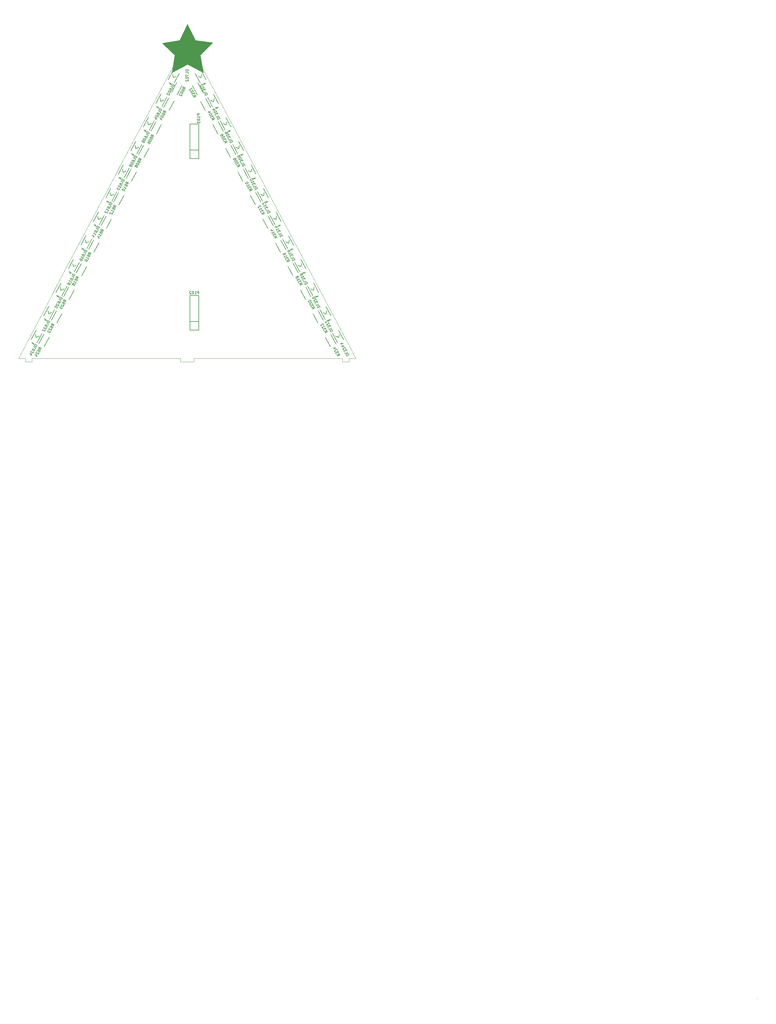
<source format=gbo>
%TF.GenerationSoftware,KiCad,Pcbnew,(5.1.6-0-10_14)*%
%TF.CreationDate,2020-10-09T22:40:52+02:00*%
%TF.ProjectId,nowae029,6e6f7761-6530-4323-992e-6b696361645f,0*%
%TF.SameCoordinates,Original*%
%TF.FileFunction,Legend,Bot*%
%TF.FilePolarity,Positive*%
%FSLAX46Y46*%
G04 Gerber Fmt 4.6, Leading zero omitted, Abs format (unit mm)*
G04 Created by KiCad (PCBNEW (5.1.6-0-10_14)) date 2020-10-09 22:40:52*
%MOMM*%
%LPD*%
G01*
G04 APERTURE LIST*
%ADD10C,0.050000*%
%TA.AperFunction,Profile*%
%ADD11C,0.050000*%
%TD*%
%TA.AperFunction,Profile*%
%ADD12C,0.200000*%
%TD*%
%ADD13C,0.150000*%
G04 APERTURE END LIST*
D10*
G36*
X102370000Y-34770000D02*
G01*
X107560000Y-35490000D01*
X103830000Y-39170000D01*
X104750000Y-44320000D01*
X100110000Y-41930000D01*
X95500000Y-44390000D01*
X96330000Y-39220000D01*
X92550000Y-35590000D01*
X97730000Y-34800000D01*
X100020000Y-30080000D01*
X102370000Y-34770000D01*
G37*
X102370000Y-34770000D02*
X107560000Y-35490000D01*
X103830000Y-39170000D01*
X104750000Y-44320000D01*
X100110000Y-41930000D01*
X95500000Y-44390000D01*
X96330000Y-39220000D01*
X92550000Y-35590000D01*
X97730000Y-34800000D01*
X100020000Y-30080000D01*
X102370000Y-34770000D01*
D11*
X95849877Y-42393418D02*
X96326817Y-39221785D01*
X107560690Y-35486081D02*
X103832837Y-39170169D01*
X102368975Y-34768100D02*
X107560690Y-35486081D01*
X96326817Y-39221785D02*
X92548651Y-35589313D01*
X92548651Y-35589313D02*
X97730000Y-34800000D01*
X95849877Y-42393418D02*
X94417635Y-45086053D01*
X94417635Y-45086053D02*
X92985389Y-47778769D01*
X92985389Y-47778769D02*
X91553138Y-50471647D01*
X91553138Y-50471647D02*
X90120876Y-53164768D01*
X90120876Y-53164768D02*
X88688601Y-55858214D01*
X88688601Y-55858214D02*
X87256309Y-58552065D01*
X87256309Y-58552065D02*
X85823997Y-61246402D01*
X85823997Y-61246402D02*
X84391662Y-63941307D01*
X84391662Y-63941307D02*
X82959301Y-66636860D01*
X82959301Y-66636860D02*
X81526909Y-69333143D01*
X81526909Y-69333143D02*
X80094484Y-72030236D01*
X80094484Y-72030236D02*
X78662023Y-74728221D01*
X78662023Y-74728221D02*
X77229522Y-77427179D01*
X77229522Y-77427179D02*
X75796977Y-80127190D01*
X75796977Y-80127190D02*
X74364387Y-82828336D01*
X74364387Y-82828336D02*
X72931746Y-85530699D01*
X72931746Y-85530699D02*
X71499052Y-88234358D01*
X71499052Y-88234358D02*
X70066301Y-90939395D01*
X70066301Y-90939395D02*
X68633491Y-93645891D01*
X68633491Y-93645891D02*
X67200617Y-96353928D01*
X67200617Y-96353928D02*
X65767678Y-99063585D01*
X65767678Y-99063585D02*
X64334668Y-101774945D01*
X64334668Y-101774945D02*
X62901585Y-104488088D01*
X62901585Y-104488088D02*
X61468426Y-107203095D01*
X61468426Y-107203095D02*
X60035186Y-109920048D01*
X60035186Y-109920048D02*
X58601864Y-112639028D01*
X58601864Y-112639028D02*
X57168456Y-115360115D01*
X57168456Y-115360115D02*
X55734957Y-118083390D01*
X55734957Y-118083390D02*
X54301366Y-120808935D01*
X54301366Y-120808935D02*
X52867678Y-123536831D01*
X52867678Y-123536831D02*
X51433890Y-126267159D01*
X51433890Y-126267159D02*
X50000000Y-129000000D01*
X103832837Y-39170169D02*
X104449243Y-42890699D01*
X100017169Y-30084255D02*
X102368975Y-34768100D01*
X104449243Y-42890699D02*
X150000000Y-129000000D01*
X97730000Y-34800000D02*
X100017169Y-30084255D01*
X148000000Y-129000000D02*
X150000000Y-129000000D01*
X148000000Y-130000000D02*
X148000000Y-129000000D01*
X146000000Y-130000000D02*
X148000000Y-130000000D01*
X146000000Y-129000000D02*
X146000000Y-130000000D01*
X102000000Y-129000000D02*
X146000000Y-129000000D01*
X102000000Y-130000000D02*
X102000000Y-129000000D01*
X98000000Y-130000000D02*
X102000000Y-130000000D01*
X98000000Y-129000000D02*
X98000000Y-130000000D01*
X54000000Y-129000000D02*
X98000000Y-129000000D01*
X54000000Y-130000000D02*
X54000000Y-129000000D01*
X52000000Y-130000000D02*
X54000000Y-130000000D01*
X52000000Y-129000000D02*
X52000000Y-130000000D01*
X50000000Y-129000000D02*
X52000000Y-129000000D01*
D12*
X268944859Y-318881889D02*
X268944859Y-318881889D01*
D13*
%TO.C,R616*%
X72383498Y-97515241D02*
X73885807Y-94689808D01*
X72296502Y-93844759D02*
X70794193Y-96670192D01*
%TO.C,R620*%
X64993498Y-111545241D02*
X66495807Y-108719808D01*
X64906502Y-107874759D02*
X63404193Y-110700192D01*
%TO.C,DL620*%
X62598207Y-106637812D02*
X61095898Y-109463245D01*
X62861793Y-110402188D02*
X64364102Y-107576755D01*
X62542211Y-108873179D02*
X63447557Y-108448504D01*
X62388020Y-107885138D02*
X62542211Y-108873179D01*
%TO.C,DL302*%
X102315898Y-44556755D02*
X103818207Y-47382188D01*
X105584102Y-46443245D02*
X104081793Y-43617812D01*
X104137789Y-45853179D02*
X104291980Y-44865138D01*
X103232443Y-45428504D02*
X104137789Y-45853179D01*
%TO.C,DL304*%
X106015898Y-51656755D02*
X107518207Y-54482188D01*
X109284102Y-53543245D02*
X107781793Y-50717812D01*
X107837789Y-52953179D02*
X107991980Y-51965138D01*
X106932443Y-52528504D02*
X107837789Y-52953179D01*
%TO.C,DL306*%
X109735164Y-58576481D02*
X111237473Y-61401914D01*
X113003368Y-60462971D02*
X111501059Y-57637538D01*
X111557055Y-59872905D02*
X111711246Y-58884864D01*
X110651709Y-59448230D02*
X111557055Y-59872905D01*
%TO.C,DL308*%
X113460161Y-65581755D02*
X114962470Y-68407188D01*
X116728365Y-67468245D02*
X115226056Y-64642812D01*
X115282052Y-66878179D02*
X115436243Y-65890138D01*
X114376706Y-66453504D02*
X115282052Y-66878179D01*
%TO.C,DL310*%
X117115898Y-72556755D02*
X118618207Y-75382188D01*
X120384102Y-74443245D02*
X118881793Y-71617812D01*
X118937789Y-73853179D02*
X119091980Y-72865138D01*
X118032443Y-73428504D02*
X118937789Y-73853179D01*
%TO.C,DL312*%
X120815898Y-79556755D02*
X122318207Y-82382188D01*
X124084102Y-81443245D02*
X122581793Y-78617812D01*
X122637789Y-80853179D02*
X122791980Y-79865138D01*
X121732443Y-80428504D02*
X122637789Y-80853179D01*
%TO.C,DL314*%
X124515898Y-86556755D02*
X126018207Y-89382188D01*
X127784102Y-88443245D02*
X126281793Y-85617812D01*
X126337789Y-87853179D02*
X126491980Y-86865138D01*
X125432443Y-87428504D02*
X126337789Y-87853179D01*
%TO.C,DL316*%
X128265898Y-93606755D02*
X129768207Y-96432188D01*
X131534102Y-95493245D02*
X130031793Y-92667812D01*
X130087789Y-94903179D02*
X130241980Y-93915138D01*
X129182443Y-94478504D02*
X130087789Y-94903179D01*
%TO.C,DL318*%
X131915898Y-100556755D02*
X133418207Y-103382188D01*
X135184102Y-102443245D02*
X133681793Y-99617812D01*
X133737789Y-101853179D02*
X133891980Y-100865138D01*
X132832443Y-101428504D02*
X133737789Y-101853179D01*
%TO.C,DL320*%
X135665898Y-107556755D02*
X137168207Y-110382188D01*
X138934102Y-109443245D02*
X137431793Y-106617812D01*
X137487789Y-108853179D02*
X137641980Y-107865138D01*
X136582443Y-108428504D02*
X137487789Y-108853179D01*
%TO.C,DL322*%
X139365898Y-114556755D02*
X140868207Y-117382188D01*
X142634102Y-116443245D02*
X141131793Y-113617812D01*
X141187789Y-115853179D02*
X141341980Y-114865138D01*
X140282443Y-115428504D02*
X141187789Y-115853179D01*
%TO.C,DL324*%
X143065898Y-121556755D02*
X144568207Y-124382188D01*
X146334102Y-123443245D02*
X144831793Y-120617812D01*
X144887789Y-122853179D02*
X145041980Y-121865138D01*
X143982443Y-122428504D02*
X144887789Y-122853179D01*
%TO.C,DL602*%
X95908941Y-43607538D02*
X94406632Y-46432971D01*
X96172527Y-47371914D02*
X97674836Y-44546481D01*
X95852945Y-45842905D02*
X96758291Y-45418230D01*
X95698754Y-44854864D02*
X95852945Y-45842905D01*
%TO.C,DL604*%
X92208207Y-50627812D02*
X90705898Y-53453245D01*
X92471793Y-54392188D02*
X93974102Y-51566755D01*
X92152211Y-52863179D02*
X93057557Y-52438504D01*
X91998020Y-51875138D02*
X92152211Y-52863179D01*
%TO.C,DL606*%
X88488941Y-57597538D02*
X86986632Y-60422971D01*
X88752527Y-61361914D02*
X90254836Y-58536481D01*
X88432945Y-59832905D02*
X89338291Y-59408230D01*
X88278754Y-58844864D02*
X88432945Y-59832905D01*
%TO.C,DL608*%
X84798207Y-64647812D02*
X83295898Y-67473245D01*
X85061793Y-68412188D02*
X86564102Y-65586755D01*
X84742211Y-66883179D02*
X85647557Y-66458504D01*
X84588020Y-65895138D02*
X84742211Y-66883179D01*
%TO.C,DL610*%
X81068207Y-71627812D02*
X79565898Y-74453245D01*
X81331793Y-75392188D02*
X82834102Y-72566755D01*
X81012211Y-73863179D02*
X81917557Y-73438504D01*
X80858020Y-72875138D02*
X81012211Y-73863179D01*
%TO.C,DL612*%
X77388207Y-78647812D02*
X75885898Y-81473245D01*
X77651793Y-82412188D02*
X79154102Y-79586755D01*
X77332211Y-80883179D02*
X78237557Y-80458504D01*
X77178020Y-79895138D02*
X77332211Y-80883179D01*
%TO.C,DL614*%
X73668207Y-85627812D02*
X72165898Y-88453245D01*
X73931793Y-89392188D02*
X75434102Y-86566755D01*
X73612211Y-87863179D02*
X74517557Y-87438504D01*
X73458020Y-86875138D02*
X73612211Y-87863179D01*
%TO.C,DL616*%
X70018207Y-92617812D02*
X68515898Y-95443245D01*
X70281793Y-96382188D02*
X71784102Y-93556755D01*
X69962211Y-94853179D02*
X70867557Y-94428504D01*
X69808020Y-93865138D02*
X69962211Y-94853179D01*
%TO.C,DL618*%
X66278207Y-99627812D02*
X64775898Y-102453245D01*
X66541793Y-103392188D02*
X68044102Y-100566755D01*
X66222211Y-101863179D02*
X67127557Y-101438504D01*
X66068020Y-100875138D02*
X66222211Y-101863179D01*
%TO.C,DL622*%
X58933944Y-113612812D02*
X57431635Y-116438245D01*
X59197530Y-117377188D02*
X60699839Y-114551755D01*
X58877948Y-115848179D02*
X59783294Y-115423504D01*
X58723757Y-114860138D02*
X58877948Y-115848179D01*
%TO.C,DL624*%
X55208207Y-120597812D02*
X53705898Y-123423245D01*
X55471793Y-124362188D02*
X56974102Y-121536755D01*
X55152211Y-122833179D02*
X56057557Y-122408504D01*
X54998020Y-121845138D02*
X55152211Y-122833179D01*
%TO.C,R302*%
X104595807Y-50140192D02*
X103093498Y-47314759D01*
X101504193Y-48159808D02*
X103006502Y-50985241D01*
%TO.C,R304*%
X106995807Y-54790192D02*
X105493498Y-51964759D01*
X103904193Y-52809808D02*
X105406502Y-55635241D01*
%TO.C,R306*%
X110695807Y-61690192D02*
X109193498Y-58864759D01*
X107604193Y-59709808D02*
X109106502Y-62535241D01*
%TO.C,R308*%
X114445807Y-68690192D02*
X112943498Y-65864759D01*
X111354193Y-66709808D02*
X112856502Y-69535241D01*
%TO.C,R310*%
X118095807Y-75690192D02*
X116593498Y-72864759D01*
X115004193Y-73709808D02*
X116506502Y-76535241D01*
%TO.C,R312*%
X121795807Y-82640192D02*
X120293498Y-79814759D01*
X118704193Y-80659808D02*
X120206502Y-83485241D01*
%TO.C,R314*%
X125495807Y-89690192D02*
X123993498Y-86864759D01*
X122404193Y-87709808D02*
X123906502Y-90535241D01*
%TO.C,R316*%
X129251544Y-96765192D02*
X127749235Y-93939759D01*
X126159930Y-94784808D02*
X127662239Y-97610241D01*
%TO.C,R318*%
X132895807Y-103640192D02*
X131393498Y-100814759D01*
X129804193Y-101659808D02*
X131306502Y-104485241D01*
%TO.C,R320*%
X136651544Y-110715192D02*
X135149235Y-107889759D01*
X133559930Y-108734808D02*
X135062239Y-111560241D01*
%TO.C,R322*%
X140345807Y-117690192D02*
X138843498Y-114864759D01*
X137254193Y-115709808D02*
X138756502Y-118535241D01*
%TO.C,R324*%
X144045807Y-124690192D02*
X142543498Y-121864759D01*
X140954193Y-122709808D02*
X142456502Y-125535241D01*
%TO.C,R602*%
X97014232Y-50924967D02*
X98516541Y-48099534D01*
X96927236Y-47254485D02*
X95424927Y-50079918D01*
%TO.C,R604*%
X94603498Y-55525241D02*
X96105807Y-52699808D01*
X94516502Y-51854759D02*
X93014193Y-54680192D01*
%TO.C,R606*%
X90853498Y-62485241D02*
X92355807Y-59659808D01*
X90766502Y-58814759D02*
X89264193Y-61640192D01*
%TO.C,R608*%
X87183498Y-69515241D02*
X88685807Y-66689808D01*
X87096502Y-65844759D02*
X85594193Y-68670192D01*
%TO.C,R610*%
X83473498Y-76545241D02*
X84975807Y-73719808D01*
X83386502Y-72874759D02*
X81884193Y-75700192D01*
%TO.C,R612*%
X79757761Y-83550241D02*
X81260070Y-80724808D01*
X79670765Y-79879759D02*
X78168456Y-82705192D01*
%TO.C,R614*%
X76053498Y-90525241D02*
X77555807Y-87699808D01*
X75966502Y-86854759D02*
X74464193Y-89680192D01*
%TO.C,R618*%
X68693498Y-104565241D02*
X70195807Y-101739808D01*
X68606502Y-100894759D02*
X67104193Y-103720192D01*
%TO.C,R622*%
X61363498Y-118515241D02*
X62865807Y-115689808D01*
X61276502Y-114844759D02*
X59774193Y-117670192D01*
%TO.C,R624*%
X57603498Y-125495241D02*
X59105807Y-122669808D01*
X57516502Y-121824759D02*
X56014193Y-124650192D01*
%TO.C,P102*%
X100800000Y-120600000D02*
X103400000Y-120600000D01*
X100800000Y-110400000D02*
X100800000Y-120600000D01*
X103400000Y-110400000D02*
X100800000Y-110400000D01*
X103400000Y-120600000D02*
X103400000Y-110400000D01*
X103400000Y-118100000D02*
X100800000Y-118100000D01*
%TO.C,P103*%
X103400000Y-67300000D02*
X100800000Y-67300000D01*
X103400000Y-69800000D02*
X103400000Y-59600000D01*
X103400000Y-59600000D02*
X100800000Y-59600000D01*
X100800000Y-59600000D02*
X100800000Y-69800000D01*
X100800000Y-69800000D02*
X103400000Y-69800000D01*
%TO.C,DL702*%
X99320000Y-36690000D02*
X99620000Y-36690000D01*
X100720000Y-36690000D02*
X100420000Y-36690000D01*
X99320000Y-39490000D02*
X99620000Y-39490000D01*
X100720000Y-39490000D02*
X100420000Y-39490000D01*
X100720000Y-39490000D02*
X100720000Y-36690000D01*
X99320000Y-39490000D02*
X99320000Y-36690000D01*
%TD*%
%TO.C,R616*%
X71339831Y-98379456D02*
X71128663Y-97965157D01*
X71554447Y-97975823D02*
X70848089Y-97600246D01*
X70705012Y-97869335D01*
X70702879Y-97954491D01*
X70718630Y-98006012D01*
X70768018Y-98075417D01*
X70868926Y-98129071D01*
X70954083Y-98131205D01*
X71005603Y-98115453D01*
X71075009Y-98066065D01*
X71218086Y-97796977D01*
X70311550Y-98609329D02*
X70383088Y-98474784D01*
X70452494Y-98425397D01*
X70504014Y-98409645D01*
X70640692Y-98396027D01*
X70793121Y-98433929D01*
X71062210Y-98577006D01*
X71111597Y-98646412D01*
X71127349Y-98697933D01*
X71125216Y-98783089D01*
X71053677Y-98917634D01*
X70984272Y-98967021D01*
X70932751Y-98982773D01*
X70847594Y-98980640D01*
X70679414Y-98891216D01*
X70630026Y-98821811D01*
X70614275Y-98770290D01*
X70616408Y-98685134D01*
X70687946Y-98550589D01*
X70757352Y-98501202D01*
X70808873Y-98485450D01*
X70894029Y-98487583D01*
X70624446Y-99724900D02*
X70839062Y-99321267D01*
X70731754Y-99523084D02*
X70025396Y-99147506D01*
X70162073Y-99133888D01*
X70265115Y-99102385D01*
X70334520Y-99052997D01*
X69596165Y-99954773D02*
X69667703Y-99820228D01*
X69737108Y-99770841D01*
X69788629Y-99755089D01*
X69925307Y-99741471D01*
X70077736Y-99779373D01*
X70346825Y-99922450D01*
X70396212Y-99991856D01*
X70411964Y-100043376D01*
X70409830Y-100128533D01*
X70338292Y-100263078D01*
X70268887Y-100312465D01*
X70217366Y-100328217D01*
X70132209Y-100326084D01*
X69964029Y-100236660D01*
X69914641Y-100167255D01*
X69898889Y-100115734D01*
X69901023Y-100030578D01*
X69972561Y-99896033D01*
X70041967Y-99846646D01*
X70093487Y-99830894D01*
X70178644Y-99833027D01*
%TO.C,R620*%
X63939831Y-112379455D02*
X63728663Y-111965156D01*
X64154447Y-111975822D02*
X63448089Y-111600245D01*
X63305012Y-111869334D01*
X63302879Y-111954490D01*
X63318630Y-112006011D01*
X63368018Y-112075416D01*
X63468926Y-112129070D01*
X63554083Y-112131204D01*
X63605603Y-112115452D01*
X63675009Y-112066064D01*
X63818086Y-111796976D01*
X62911550Y-112609328D02*
X62983088Y-112474783D01*
X63052494Y-112425396D01*
X63104014Y-112409644D01*
X63240692Y-112396026D01*
X63393121Y-112433928D01*
X63662210Y-112577005D01*
X63711597Y-112646411D01*
X63727349Y-112697932D01*
X63725216Y-112783088D01*
X63653677Y-112917633D01*
X63584272Y-112967020D01*
X63532751Y-112982772D01*
X63447594Y-112980639D01*
X63279414Y-112891215D01*
X63230026Y-112821810D01*
X63214275Y-112770289D01*
X63216408Y-112685133D01*
X63287946Y-112550588D01*
X63357352Y-112501201D01*
X63408873Y-112485449D01*
X63494029Y-112487582D01*
X62799976Y-112981458D02*
X62748455Y-112997209D01*
X62679050Y-113046597D01*
X62589626Y-113214777D01*
X62587493Y-113299934D01*
X62603245Y-113351455D01*
X62652632Y-113420860D01*
X62719905Y-113456630D01*
X62838697Y-113476647D01*
X63456946Y-113287630D01*
X63224446Y-113724899D01*
X62285588Y-113786591D02*
X62249818Y-113853863D01*
X62247685Y-113939020D01*
X62263437Y-113990541D01*
X62312824Y-114059946D01*
X62429484Y-114165121D01*
X62597665Y-114254544D01*
X62750094Y-114292446D01*
X62835250Y-114294580D01*
X62886771Y-114278828D01*
X62956177Y-114229441D01*
X62991946Y-114162168D01*
X62994079Y-114077012D01*
X62978328Y-114025491D01*
X62928940Y-113956085D01*
X62812280Y-113850911D01*
X62644100Y-113761488D01*
X62491671Y-113723585D01*
X62406514Y-113721452D01*
X62354993Y-113737204D01*
X62285588Y-113786591D01*
%TO.C,DL620*%
X63006466Y-111189915D02*
X62300108Y-110814338D01*
X62210685Y-110982518D01*
X62190667Y-111101311D01*
X62222170Y-111204353D01*
X62271558Y-111273758D01*
X62388217Y-111378933D01*
X62489126Y-111432587D01*
X62641555Y-111470489D01*
X62726712Y-111472622D01*
X62829753Y-111441119D01*
X62917043Y-111358096D01*
X63006466Y-111189915D01*
X62452043Y-112232634D02*
X62630889Y-111896273D01*
X61924531Y-111520696D01*
X61459530Y-112395235D02*
X61531069Y-112260690D01*
X61600474Y-112211303D01*
X61651995Y-112195551D01*
X61788673Y-112181933D01*
X61941102Y-112219835D01*
X62210190Y-112362912D01*
X62259578Y-112432318D01*
X62275329Y-112483838D01*
X62273196Y-112568995D01*
X62201658Y-112703540D01*
X62132252Y-112752927D01*
X62080732Y-112768679D01*
X61995575Y-112766545D01*
X61827394Y-112677122D01*
X61778007Y-112607717D01*
X61762255Y-112556196D01*
X61764389Y-112471039D01*
X61835927Y-112336495D01*
X61905332Y-112287107D01*
X61956853Y-112271356D01*
X62042010Y-112273489D01*
X61347956Y-112767365D02*
X61296436Y-112783116D01*
X61227030Y-112832504D01*
X61137607Y-113000684D01*
X61135474Y-113085841D01*
X61151225Y-113137362D01*
X61200613Y-113206767D01*
X61267885Y-113242536D01*
X61386678Y-113262554D01*
X62004927Y-113073537D01*
X61772427Y-113510806D01*
X60833568Y-113572498D02*
X60797799Y-113639770D01*
X60795666Y-113724927D01*
X60811417Y-113776448D01*
X60860805Y-113845853D01*
X60977465Y-113951028D01*
X61145645Y-114040451D01*
X61298074Y-114078353D01*
X61383231Y-114080486D01*
X61434752Y-114064735D01*
X61504157Y-114015347D01*
X61539926Y-113948075D01*
X61542060Y-113862918D01*
X61526308Y-113811398D01*
X61476921Y-113741992D01*
X61360261Y-113636818D01*
X61192080Y-113547395D01*
X61039651Y-113509492D01*
X60954494Y-113507359D01*
X60902974Y-113523110D01*
X60833568Y-113572498D01*
X61985407Y-110691251D02*
X61279049Y-110315674D01*
X61680549Y-110615446D02*
X61842330Y-110960340D01*
X61371424Y-110709955D02*
X61783590Y-110583943D01*
%TO.C,DL302*%
X105367380Y-51149892D02*
X106073738Y-50774315D01*
X105984315Y-50606134D01*
X105897025Y-50523110D01*
X105793984Y-50491607D01*
X105708827Y-50493741D01*
X105556398Y-50531643D01*
X105455490Y-50585297D01*
X105338830Y-50690472D01*
X105289442Y-50759877D01*
X105257939Y-50862918D01*
X105277957Y-50981711D01*
X105367380Y-51149892D01*
X104812957Y-50107173D02*
X104991803Y-50443534D01*
X105698161Y-50067957D01*
X105429892Y-49563415D02*
X105197391Y-49126146D01*
X105053495Y-49504675D01*
X104999841Y-49403767D01*
X104930436Y-49354380D01*
X104878915Y-49338628D01*
X104793758Y-49340761D01*
X104625578Y-49430184D01*
X104576190Y-49499590D01*
X104560439Y-49551111D01*
X104562572Y-49636267D01*
X104669880Y-49838084D01*
X104739285Y-49887472D01*
X104790806Y-49903223D01*
X104964891Y-48688876D02*
X104929122Y-48621604D01*
X104859717Y-48572217D01*
X104808196Y-48556465D01*
X104723039Y-48558598D01*
X104570610Y-48596501D01*
X104402430Y-48685924D01*
X104285770Y-48791099D01*
X104236382Y-48860504D01*
X104220631Y-48912025D01*
X104222764Y-48997182D01*
X104258533Y-49064454D01*
X104327939Y-49113841D01*
X104379459Y-49129593D01*
X104464616Y-49127460D01*
X104617045Y-49089557D01*
X104785226Y-49000134D01*
X104901885Y-48894959D01*
X104951273Y-48825554D01*
X104967024Y-48774033D01*
X104964891Y-48688876D01*
X104629350Y-48220104D02*
X104645101Y-48168584D01*
X104642968Y-48083427D01*
X104553545Y-47915246D01*
X104484139Y-47865859D01*
X104432619Y-47850107D01*
X104347462Y-47852240D01*
X104280190Y-47888010D01*
X104197166Y-47975300D01*
X104008148Y-48593548D01*
X103775648Y-48156279D01*
X104819785Y-47906704D02*
X105526143Y-47531127D01*
X105053104Y-47696355D02*
X104676708Y-47637615D01*
X105147613Y-47387230D02*
X105021601Y-47799396D01*
%TO.C,DL304*%
X109067380Y-58249892D02*
X109773738Y-57874315D01*
X109684315Y-57706134D01*
X109597025Y-57623110D01*
X109493984Y-57591607D01*
X109408827Y-57593741D01*
X109256398Y-57631643D01*
X109155490Y-57685297D01*
X109038830Y-57790472D01*
X108989442Y-57859877D01*
X108957939Y-57962918D01*
X108977957Y-58081711D01*
X109067380Y-58249892D01*
X108512957Y-57207173D02*
X108691803Y-57543534D01*
X109398161Y-57167957D01*
X109129892Y-56663415D02*
X108897391Y-56226146D01*
X108753495Y-56604675D01*
X108699841Y-56503767D01*
X108630436Y-56454380D01*
X108578915Y-56438628D01*
X108493758Y-56440761D01*
X108325578Y-56530184D01*
X108276190Y-56599590D01*
X108260439Y-56651111D01*
X108262572Y-56736267D01*
X108369880Y-56938084D01*
X108439285Y-56987472D01*
X108490806Y-57003223D01*
X108664891Y-55788876D02*
X108629122Y-55721604D01*
X108559717Y-55672217D01*
X108508196Y-55656465D01*
X108423039Y-55658598D01*
X108270610Y-55696501D01*
X108102430Y-55785924D01*
X107985770Y-55891099D01*
X107936382Y-55960504D01*
X107920631Y-56012025D01*
X107922764Y-56097182D01*
X107958533Y-56164454D01*
X108027939Y-56213841D01*
X108079459Y-56229593D01*
X108164616Y-56227460D01*
X108317045Y-56189557D01*
X108485226Y-56100134D01*
X108601885Y-55994959D01*
X108651273Y-55925554D01*
X108667024Y-55874033D01*
X108664891Y-55788876D01*
X107982323Y-55073166D02*
X107511417Y-55323551D01*
X108340835Y-55098270D02*
X107925716Y-55534720D01*
X107693216Y-55097451D01*
X108519785Y-55006704D02*
X109226143Y-54631127D01*
X108753104Y-54796355D02*
X108376708Y-54737615D01*
X108847613Y-54487230D02*
X108721601Y-54899396D01*
%TO.C,DL306*%
X112767380Y-65149892D02*
X113473738Y-64774315D01*
X113384315Y-64606134D01*
X113297025Y-64523110D01*
X113193984Y-64491607D01*
X113108827Y-64493741D01*
X112956398Y-64531643D01*
X112855490Y-64585297D01*
X112738830Y-64690472D01*
X112689442Y-64759877D01*
X112657939Y-64862918D01*
X112677957Y-64981711D01*
X112767380Y-65149892D01*
X112212957Y-64107173D02*
X112391803Y-64443534D01*
X113098161Y-64067957D01*
X112829892Y-63563415D02*
X112597391Y-63126146D01*
X112453495Y-63504675D01*
X112399841Y-63403767D01*
X112330436Y-63354380D01*
X112278915Y-63338628D01*
X112193758Y-63340761D01*
X112025578Y-63430184D01*
X111976190Y-63499590D01*
X111960439Y-63551111D01*
X111962572Y-63636267D01*
X112069880Y-63838084D01*
X112139285Y-63887472D01*
X112190806Y-63903223D01*
X112364891Y-62688876D02*
X112329122Y-62621604D01*
X112259717Y-62572217D01*
X112208196Y-62556465D01*
X112123039Y-62558598D01*
X111970610Y-62596501D01*
X111802430Y-62685924D01*
X111685770Y-62791099D01*
X111636382Y-62860504D01*
X111620631Y-62912025D01*
X111622764Y-62997182D01*
X111658533Y-63064454D01*
X111727939Y-63113841D01*
X111779459Y-63129593D01*
X111864616Y-63127460D01*
X112017045Y-63089557D01*
X112185226Y-63000134D01*
X112301885Y-62894959D01*
X112351273Y-62825554D01*
X112367024Y-62774033D01*
X112364891Y-62688876D01*
X111917776Y-61847974D02*
X111989314Y-61982518D01*
X111991447Y-62067675D01*
X111975696Y-62119196D01*
X111910557Y-62240122D01*
X111793897Y-62345297D01*
X111524808Y-62488374D01*
X111439651Y-62490507D01*
X111388131Y-62474755D01*
X111318725Y-62425368D01*
X111247187Y-62290823D01*
X111245054Y-62205667D01*
X111260805Y-62154146D01*
X111310193Y-62084741D01*
X111478373Y-61995317D01*
X111563530Y-61993184D01*
X111615051Y-62008936D01*
X111684456Y-62058323D01*
X111755995Y-62192868D01*
X111758128Y-62278024D01*
X111742376Y-62329545D01*
X111692989Y-62398951D01*
X112239051Y-61926430D02*
X112945409Y-61550853D01*
X112472370Y-61716081D02*
X112095974Y-61657341D01*
X112566879Y-61406956D02*
X112440867Y-61819122D01*
%TO.C,DL308*%
X116467380Y-72149892D02*
X117173738Y-71774315D01*
X117084315Y-71606134D01*
X116997025Y-71523110D01*
X116893984Y-71491607D01*
X116808827Y-71493741D01*
X116656398Y-71531643D01*
X116555490Y-71585297D01*
X116438830Y-71690472D01*
X116389442Y-71759877D01*
X116357939Y-71862918D01*
X116377957Y-71981711D01*
X116467380Y-72149892D01*
X115912957Y-71107173D02*
X116091803Y-71443534D01*
X116798161Y-71067957D01*
X116529892Y-70563415D02*
X116297391Y-70126146D01*
X116153495Y-70504675D01*
X116099841Y-70403767D01*
X116030436Y-70354380D01*
X115978915Y-70338628D01*
X115893758Y-70340761D01*
X115725578Y-70430184D01*
X115676190Y-70499590D01*
X115660439Y-70551111D01*
X115662572Y-70636267D01*
X115769880Y-70838084D01*
X115839285Y-70887472D01*
X115890806Y-70903223D01*
X116064891Y-69688876D02*
X116029122Y-69621604D01*
X115959717Y-69572217D01*
X115908196Y-69556465D01*
X115823039Y-69558598D01*
X115670610Y-69596501D01*
X115502430Y-69685924D01*
X115385770Y-69791099D01*
X115336382Y-69860504D01*
X115320631Y-69912025D01*
X115322764Y-69997182D01*
X115358533Y-70064454D01*
X115427939Y-70113841D01*
X115479459Y-70129593D01*
X115564616Y-70127460D01*
X115717045Y-70089557D01*
X115885226Y-70000134D01*
X116001885Y-69894959D01*
X116051273Y-69825554D01*
X116067024Y-69774033D01*
X116064891Y-69688876D01*
X115422358Y-69210752D02*
X115491764Y-69260140D01*
X115543284Y-69275891D01*
X115628441Y-69273758D01*
X115662077Y-69255874D01*
X115711465Y-69186468D01*
X115727216Y-69134947D01*
X115725083Y-69049791D01*
X115653545Y-68915246D01*
X115584139Y-68865859D01*
X115532619Y-68850107D01*
X115447462Y-68852240D01*
X115413826Y-68870125D01*
X115364438Y-68939530D01*
X115348687Y-68991051D01*
X115350820Y-69076208D01*
X115422358Y-69210752D01*
X115424492Y-69295909D01*
X115408740Y-69347430D01*
X115359353Y-69416835D01*
X115224808Y-69488374D01*
X115139651Y-69490507D01*
X115088131Y-69474755D01*
X115018725Y-69425368D01*
X114947187Y-69290823D01*
X114945054Y-69205667D01*
X114960805Y-69154146D01*
X115010193Y-69084741D01*
X115144737Y-69013202D01*
X115229894Y-69011069D01*
X115281415Y-69026820D01*
X115350820Y-69076208D01*
X115964048Y-68931704D02*
X116670406Y-68556127D01*
X116197367Y-68721355D02*
X115820971Y-68662615D01*
X116291876Y-68412230D02*
X116165864Y-68824396D01*
%TO.C,DL310*%
X120167380Y-79049892D02*
X120873738Y-78674315D01*
X120784315Y-78506134D01*
X120697025Y-78423110D01*
X120593984Y-78391607D01*
X120508827Y-78393741D01*
X120356398Y-78431643D01*
X120255490Y-78485297D01*
X120138830Y-78590472D01*
X120089442Y-78659877D01*
X120057939Y-78762918D01*
X120077957Y-78881711D01*
X120167380Y-79049892D01*
X119612957Y-78007173D02*
X119791803Y-78343534D01*
X120498161Y-77967957D01*
X120229892Y-77463415D02*
X119997391Y-77026146D01*
X119853495Y-77404675D01*
X119799841Y-77303767D01*
X119730436Y-77254380D01*
X119678915Y-77238628D01*
X119593758Y-77240761D01*
X119425578Y-77330184D01*
X119376190Y-77399590D01*
X119360439Y-77451111D01*
X119362572Y-77536267D01*
X119469880Y-77738084D01*
X119539285Y-77787472D01*
X119590806Y-77803223D01*
X118933341Y-76729001D02*
X119147956Y-77132634D01*
X119040649Y-76930818D02*
X119747007Y-76555240D01*
X119681868Y-76676166D01*
X119650365Y-76779208D01*
X119652498Y-76864365D01*
X119407199Y-75916154D02*
X119371429Y-75848882D01*
X119302024Y-75799495D01*
X119250503Y-75783743D01*
X119165346Y-75785876D01*
X119012917Y-75823779D01*
X118844737Y-75913202D01*
X118728077Y-76018377D01*
X118678690Y-76087782D01*
X118662938Y-76139303D01*
X118665071Y-76224460D01*
X118700841Y-76291732D01*
X118770246Y-76341119D01*
X118821767Y-76356871D01*
X118906924Y-76354738D01*
X119059353Y-76316835D01*
X119227533Y-76227412D01*
X119344193Y-76122237D01*
X119393580Y-76052832D01*
X119409332Y-76001311D01*
X119407199Y-75916154D01*
X119619785Y-75906704D02*
X120326143Y-75531127D01*
X119853104Y-75696355D02*
X119476708Y-75637615D01*
X119947613Y-75387230D02*
X119821601Y-75799396D01*
%TO.C,DL312*%
X123867380Y-86049892D02*
X124573738Y-85674315D01*
X124484315Y-85506134D01*
X124397025Y-85423110D01*
X124293984Y-85391607D01*
X124208827Y-85393741D01*
X124056398Y-85431643D01*
X123955490Y-85485297D01*
X123838830Y-85590472D01*
X123789442Y-85659877D01*
X123757939Y-85762918D01*
X123777957Y-85881711D01*
X123867380Y-86049892D01*
X123312957Y-85007173D02*
X123491803Y-85343534D01*
X124198161Y-84967957D01*
X123929892Y-84463415D02*
X123697391Y-84026146D01*
X123553495Y-84404675D01*
X123499841Y-84303767D01*
X123430436Y-84254380D01*
X123378915Y-84238628D01*
X123293758Y-84240761D01*
X123125578Y-84330184D01*
X123076190Y-84399590D01*
X123060439Y-84451111D01*
X123062572Y-84536267D01*
X123169880Y-84738084D01*
X123239285Y-84787472D01*
X123290806Y-84803223D01*
X122633341Y-83729001D02*
X122847956Y-84132634D01*
X122740649Y-83930818D02*
X123447007Y-83555240D01*
X123381868Y-83676166D01*
X123350365Y-83779208D01*
X123352498Y-83864365D01*
X123129350Y-83120104D02*
X123145101Y-83068584D01*
X123142968Y-82983427D01*
X123053545Y-82815246D01*
X122984139Y-82765859D01*
X122932619Y-82750107D01*
X122847462Y-82752240D01*
X122780190Y-82788010D01*
X122697166Y-82875300D01*
X122508148Y-83493548D01*
X122275648Y-83056279D01*
X123319785Y-82906704D02*
X124026143Y-82531127D01*
X123553104Y-82696355D02*
X123176708Y-82637615D01*
X123647613Y-82387230D02*
X123521601Y-82799396D01*
%TO.C,DL314*%
X127567380Y-93049892D02*
X128273738Y-92674315D01*
X128184315Y-92506134D01*
X128097025Y-92423110D01*
X127993984Y-92391607D01*
X127908827Y-92393741D01*
X127756398Y-92431643D01*
X127655490Y-92485297D01*
X127538830Y-92590472D01*
X127489442Y-92659877D01*
X127457939Y-92762918D01*
X127477957Y-92881711D01*
X127567380Y-93049892D01*
X127012957Y-92007173D02*
X127191803Y-92343534D01*
X127898161Y-91967957D01*
X127629892Y-91463415D02*
X127397391Y-91026146D01*
X127253495Y-91404675D01*
X127199841Y-91303767D01*
X127130436Y-91254380D01*
X127078915Y-91238628D01*
X126993758Y-91240761D01*
X126825578Y-91330184D01*
X126776190Y-91399590D01*
X126760439Y-91451111D01*
X126762572Y-91536267D01*
X126869880Y-91738084D01*
X126939285Y-91787472D01*
X126990806Y-91803223D01*
X126333341Y-90729001D02*
X126547956Y-91132634D01*
X126440649Y-90930818D02*
X127147007Y-90555240D01*
X127081868Y-90676166D01*
X127050365Y-90779208D01*
X127052498Y-90864365D01*
X126482323Y-89873166D02*
X126011417Y-90123551D01*
X126840835Y-89898270D02*
X126425716Y-90334720D01*
X126193216Y-89897451D01*
X127019785Y-89906704D02*
X127726143Y-89531127D01*
X127253104Y-89696355D02*
X126876708Y-89637615D01*
X127347613Y-89387230D02*
X127221601Y-89799396D01*
%TO.C,DL316*%
X131267380Y-100149892D02*
X131973738Y-99774315D01*
X131884315Y-99606134D01*
X131797025Y-99523110D01*
X131693984Y-99491607D01*
X131608827Y-99493741D01*
X131456398Y-99531643D01*
X131355490Y-99585297D01*
X131238830Y-99690472D01*
X131189442Y-99759877D01*
X131157939Y-99862918D01*
X131177957Y-99981711D01*
X131267380Y-100149892D01*
X130712957Y-99107173D02*
X130891803Y-99443534D01*
X131598161Y-99067957D01*
X131329892Y-98563415D02*
X131097391Y-98126146D01*
X130953495Y-98504675D01*
X130899841Y-98403767D01*
X130830436Y-98354380D01*
X130778915Y-98338628D01*
X130693758Y-98340761D01*
X130525578Y-98430184D01*
X130476190Y-98499590D01*
X130460439Y-98551111D01*
X130462572Y-98636267D01*
X130569880Y-98838084D01*
X130639285Y-98887472D01*
X130690806Y-98903223D01*
X130033341Y-97829001D02*
X130247956Y-98232634D01*
X130140649Y-98030818D02*
X130847007Y-97655240D01*
X130781868Y-97776166D01*
X130750365Y-97879208D01*
X130752498Y-97964365D01*
X130417776Y-96847974D02*
X130489314Y-96982518D01*
X130491447Y-97067675D01*
X130475696Y-97119196D01*
X130410557Y-97240122D01*
X130293897Y-97345297D01*
X130024808Y-97488374D01*
X129939651Y-97490507D01*
X129888131Y-97474755D01*
X129818725Y-97425368D01*
X129747187Y-97290823D01*
X129745054Y-97205667D01*
X129760805Y-97154146D01*
X129810193Y-97084741D01*
X129978373Y-96995317D01*
X130063530Y-96993184D01*
X130115051Y-97008936D01*
X130184456Y-97058323D01*
X130255995Y-97192868D01*
X130258128Y-97278024D01*
X130242376Y-97329545D01*
X130192989Y-97398951D01*
X130769785Y-96956704D02*
X131476143Y-96581127D01*
X131003104Y-96746355D02*
X130626708Y-96687615D01*
X131097613Y-96437230D02*
X130971601Y-96849396D01*
%TO.C,DL318*%
X134967380Y-107149892D02*
X135673738Y-106774315D01*
X135584315Y-106606134D01*
X135497025Y-106523110D01*
X135393984Y-106491607D01*
X135308827Y-106493741D01*
X135156398Y-106531643D01*
X135055490Y-106585297D01*
X134938830Y-106690472D01*
X134889442Y-106759877D01*
X134857939Y-106862918D01*
X134877957Y-106981711D01*
X134967380Y-107149892D01*
X134412957Y-106107173D02*
X134591803Y-106443534D01*
X135298161Y-106067957D01*
X135029892Y-105563415D02*
X134797391Y-105126146D01*
X134653495Y-105504675D01*
X134599841Y-105403767D01*
X134530436Y-105354380D01*
X134478915Y-105338628D01*
X134393758Y-105340761D01*
X134225578Y-105430184D01*
X134176190Y-105499590D01*
X134160439Y-105551111D01*
X134162572Y-105636267D01*
X134269880Y-105838084D01*
X134339285Y-105887472D01*
X134390806Y-105903223D01*
X133733341Y-104829001D02*
X133947956Y-105232634D01*
X133840649Y-105030818D02*
X134547007Y-104655240D01*
X134481868Y-104776166D01*
X134450365Y-104879208D01*
X134452498Y-104964365D01*
X133922358Y-104210752D02*
X133991764Y-104260140D01*
X134043284Y-104275891D01*
X134128441Y-104273758D01*
X134162077Y-104255874D01*
X134211465Y-104186468D01*
X134227216Y-104134947D01*
X134225083Y-104049791D01*
X134153545Y-103915246D01*
X134084139Y-103865859D01*
X134032619Y-103850107D01*
X133947462Y-103852240D01*
X133913826Y-103870125D01*
X133864438Y-103939530D01*
X133848687Y-103991051D01*
X133850820Y-104076208D01*
X133922358Y-104210752D01*
X133924492Y-104295909D01*
X133908740Y-104347430D01*
X133859353Y-104416835D01*
X133724808Y-104488374D01*
X133639651Y-104490507D01*
X133588131Y-104474755D01*
X133518725Y-104425368D01*
X133447187Y-104290823D01*
X133445054Y-104205667D01*
X133460805Y-104154146D01*
X133510193Y-104084741D01*
X133644737Y-104013202D01*
X133729894Y-104011069D01*
X133781415Y-104026820D01*
X133850820Y-104076208D01*
X134419785Y-103906704D02*
X135126143Y-103531127D01*
X134653104Y-103696355D02*
X134276708Y-103637615D01*
X134747613Y-103387230D02*
X134621601Y-103799396D01*
%TO.C,DL320*%
X138667380Y-114049892D02*
X139373738Y-113674315D01*
X139284315Y-113506134D01*
X139197025Y-113423110D01*
X139093984Y-113391607D01*
X139008827Y-113393741D01*
X138856398Y-113431643D01*
X138755490Y-113485297D01*
X138638830Y-113590472D01*
X138589442Y-113659877D01*
X138557939Y-113762918D01*
X138577957Y-113881711D01*
X138667380Y-114049892D01*
X138112957Y-113007173D02*
X138291803Y-113343534D01*
X138998161Y-112967957D01*
X138729892Y-112463415D02*
X138497391Y-112026146D01*
X138353495Y-112404675D01*
X138299841Y-112303767D01*
X138230436Y-112254380D01*
X138178915Y-112238628D01*
X138093758Y-112240761D01*
X137925578Y-112330184D01*
X137876190Y-112399590D01*
X137860439Y-112451111D01*
X137862572Y-112536267D01*
X137969880Y-112738084D01*
X138039285Y-112787472D01*
X138090806Y-112803223D01*
X138287042Y-111792826D02*
X138302794Y-111741305D01*
X138300661Y-111656149D01*
X138211237Y-111487968D01*
X138141832Y-111438581D01*
X138090311Y-111422829D01*
X138005154Y-111424962D01*
X137937882Y-111460732D01*
X137854859Y-111548022D01*
X137665841Y-112166270D01*
X137433341Y-111729001D01*
X137907199Y-110916154D02*
X137871429Y-110848882D01*
X137802024Y-110799495D01*
X137750503Y-110783743D01*
X137665346Y-110785876D01*
X137512917Y-110823779D01*
X137344737Y-110913202D01*
X137228077Y-111018377D01*
X137178690Y-111087782D01*
X137162938Y-111139303D01*
X137165071Y-111224460D01*
X137200841Y-111291732D01*
X137270246Y-111341119D01*
X137321767Y-111356871D01*
X137406924Y-111354738D01*
X137559353Y-111316835D01*
X137727533Y-111227412D01*
X137844193Y-111122237D01*
X137893580Y-111052832D01*
X137909332Y-111001311D01*
X137907199Y-110916154D01*
X138169785Y-110906704D02*
X138876143Y-110531127D01*
X138403104Y-110696355D02*
X138026708Y-110637615D01*
X138497613Y-110387230D02*
X138371601Y-110799396D01*
%TO.C,DL322*%
X142467380Y-121149892D02*
X143173738Y-120774315D01*
X143084315Y-120606134D01*
X142997025Y-120523110D01*
X142893984Y-120491607D01*
X142808827Y-120493741D01*
X142656398Y-120531643D01*
X142555490Y-120585297D01*
X142438830Y-120690472D01*
X142389442Y-120759877D01*
X142357939Y-120862918D01*
X142377957Y-120981711D01*
X142467380Y-121149892D01*
X141912957Y-120107173D02*
X142091803Y-120443534D01*
X142798161Y-120067957D01*
X142529892Y-119563415D02*
X142297391Y-119126146D01*
X142153495Y-119504675D01*
X142099841Y-119403767D01*
X142030436Y-119354380D01*
X141978915Y-119338628D01*
X141893758Y-119340761D01*
X141725578Y-119430184D01*
X141676190Y-119499590D01*
X141660439Y-119551111D01*
X141662572Y-119636267D01*
X141769880Y-119838084D01*
X141839285Y-119887472D01*
X141890806Y-119903223D01*
X142087042Y-118892826D02*
X142102794Y-118841305D01*
X142100661Y-118756149D01*
X142011237Y-118587968D01*
X141941832Y-118538581D01*
X141890311Y-118522829D01*
X141805154Y-118524962D01*
X141737882Y-118560732D01*
X141654859Y-118648022D01*
X141465841Y-119266270D01*
X141233341Y-118829001D01*
X141729350Y-118220104D02*
X141745101Y-118168584D01*
X141742968Y-118083427D01*
X141653545Y-117915246D01*
X141584139Y-117865859D01*
X141532619Y-117850107D01*
X141447462Y-117852240D01*
X141380190Y-117888010D01*
X141297166Y-117975300D01*
X141108148Y-118593548D01*
X140875648Y-118156279D01*
X141869785Y-117906704D02*
X142576143Y-117531127D01*
X142103104Y-117696355D02*
X141726708Y-117637615D01*
X142197613Y-117387230D02*
X142071601Y-117799396D01*
%TO.C,DL324*%
X147267380Y-128349892D02*
X147973738Y-127974315D01*
X147884315Y-127806134D01*
X147797025Y-127723110D01*
X147693984Y-127691607D01*
X147608827Y-127693741D01*
X147456398Y-127731643D01*
X147355490Y-127785297D01*
X147238830Y-127890472D01*
X147189442Y-127959877D01*
X147157939Y-128062918D01*
X147177957Y-128181711D01*
X147267380Y-128349892D01*
X146712957Y-127307173D02*
X146891803Y-127643534D01*
X147598161Y-127267957D01*
X147329892Y-126763415D02*
X147097391Y-126326146D01*
X146953495Y-126704675D01*
X146899841Y-126603767D01*
X146830436Y-126554380D01*
X146778915Y-126538628D01*
X146693758Y-126540761D01*
X146525578Y-126630184D01*
X146476190Y-126699590D01*
X146460439Y-126751111D01*
X146462572Y-126836267D01*
X146569880Y-127038084D01*
X146639285Y-127087472D01*
X146690806Y-127103223D01*
X146887042Y-126092826D02*
X146902794Y-126041305D01*
X146900661Y-125956149D01*
X146811237Y-125787968D01*
X146741832Y-125738581D01*
X146690311Y-125722829D01*
X146605154Y-125724962D01*
X146537882Y-125760732D01*
X146454859Y-125848022D01*
X146265841Y-126466270D01*
X146033341Y-126029001D01*
X146182323Y-125173166D02*
X145711417Y-125423551D01*
X146540835Y-125198270D02*
X146125716Y-125634720D01*
X145893216Y-125197451D01*
X145569785Y-124906704D02*
X146276143Y-124531127D01*
X145803104Y-124696355D02*
X145426708Y-124637615D01*
X145897613Y-124387230D02*
X145771601Y-124799396D01*
%TO.C,DL602*%
X96206466Y-48089915D02*
X95500108Y-47714338D01*
X95410685Y-47882518D01*
X95390667Y-48001311D01*
X95422170Y-48104353D01*
X95471558Y-48173758D01*
X95588217Y-48278933D01*
X95689126Y-48332587D01*
X95841555Y-48370489D01*
X95926712Y-48372622D01*
X96029753Y-48341119D01*
X96117043Y-48258096D01*
X96206466Y-48089915D01*
X95652043Y-49132634D02*
X95830889Y-48796273D01*
X95124531Y-48420696D01*
X94659530Y-49295235D02*
X94731069Y-49160690D01*
X94800474Y-49111303D01*
X94851995Y-49095551D01*
X94988673Y-49081933D01*
X95141102Y-49119835D01*
X95410190Y-49262912D01*
X95459578Y-49332318D01*
X95475329Y-49383838D01*
X95473196Y-49468995D01*
X95401658Y-49603540D01*
X95332252Y-49652927D01*
X95280732Y-49668679D01*
X95195575Y-49666545D01*
X95027394Y-49577122D01*
X94978007Y-49507717D01*
X94962255Y-49456196D01*
X94964389Y-49371039D01*
X95035927Y-49236495D01*
X95105332Y-49187107D01*
X95156853Y-49171356D01*
X95242010Y-49173489D01*
X94391261Y-49799776D02*
X94355492Y-49867048D01*
X94353359Y-49952205D01*
X94369110Y-50003726D01*
X94418498Y-50073131D01*
X94535157Y-50178306D01*
X94703338Y-50267729D01*
X94855767Y-50305631D01*
X94940924Y-50307765D01*
X94992444Y-50292013D01*
X95061850Y-50242625D01*
X95097619Y-50175353D01*
X95099752Y-50090196D01*
X95084001Y-50038676D01*
X95034613Y-49969270D01*
X94917953Y-49864096D01*
X94749773Y-49774673D01*
X94597344Y-49736770D01*
X94512187Y-49734637D01*
X94460666Y-49750388D01*
X94391261Y-49799776D01*
X94190264Y-50340087D02*
X94138743Y-50355838D01*
X94069338Y-50405226D01*
X93979914Y-50573406D01*
X93977781Y-50658563D01*
X93993533Y-50710084D01*
X94042920Y-50779489D01*
X94110193Y-50815258D01*
X94228985Y-50835276D01*
X94847234Y-50646259D01*
X94614734Y-51083528D01*
X95296141Y-47660977D02*
X94589783Y-47285400D01*
X94991283Y-47585172D02*
X95153064Y-47930066D01*
X94682158Y-47679681D02*
X95094324Y-47553669D01*
%TO.C,DL604*%
X92506466Y-55289915D02*
X91800108Y-54914338D01*
X91710685Y-55082518D01*
X91690667Y-55201311D01*
X91722170Y-55304353D01*
X91771558Y-55373758D01*
X91888217Y-55478933D01*
X91989126Y-55532587D01*
X92141555Y-55570489D01*
X92226712Y-55572622D01*
X92329753Y-55541119D01*
X92417043Y-55458096D01*
X92506466Y-55289915D01*
X91952043Y-56332634D02*
X92130889Y-55996273D01*
X91424531Y-55620696D01*
X90959530Y-56495235D02*
X91031069Y-56360690D01*
X91100474Y-56311303D01*
X91151995Y-56295551D01*
X91288673Y-56281933D01*
X91441102Y-56319835D01*
X91710190Y-56462912D01*
X91759578Y-56532318D01*
X91775329Y-56583838D01*
X91773196Y-56668995D01*
X91701658Y-56803540D01*
X91632252Y-56852927D01*
X91580732Y-56868679D01*
X91495575Y-56866545D01*
X91327394Y-56777122D01*
X91278007Y-56707717D01*
X91262255Y-56656196D01*
X91264389Y-56571039D01*
X91335927Y-56436495D01*
X91405332Y-56387107D01*
X91456853Y-56371356D01*
X91542010Y-56373489D01*
X90691261Y-56999776D02*
X90655492Y-57067048D01*
X90653359Y-57152205D01*
X90669110Y-57203726D01*
X90718498Y-57273131D01*
X90835157Y-57378306D01*
X91003338Y-57467729D01*
X91155767Y-57505631D01*
X91240924Y-57507765D01*
X91292444Y-57492013D01*
X91361850Y-57442625D01*
X91397619Y-57375353D01*
X91399752Y-57290196D01*
X91384001Y-57238676D01*
X91334613Y-57169270D01*
X91217953Y-57064096D01*
X91049773Y-56974673D01*
X90897344Y-56936770D01*
X90812187Y-56934637D01*
X90760666Y-56950388D01*
X90691261Y-56999776D01*
X90479598Y-57965871D02*
X90950503Y-58216256D01*
X90299932Y-57654613D02*
X90893897Y-57754702D01*
X90661397Y-58191972D01*
X91595407Y-54681251D02*
X90889049Y-54305674D01*
X91290549Y-54605446D02*
X91452330Y-54950340D01*
X90981424Y-54699955D02*
X91393590Y-54573943D01*
%TO.C,DL606*%
X88806465Y-62189915D02*
X88100107Y-61814338D01*
X88010684Y-61982518D01*
X87990666Y-62101311D01*
X88022169Y-62204353D01*
X88071557Y-62273758D01*
X88188216Y-62378933D01*
X88289125Y-62432587D01*
X88441554Y-62470489D01*
X88526711Y-62472622D01*
X88629752Y-62441119D01*
X88717042Y-62358096D01*
X88806465Y-62189915D01*
X88252042Y-63232634D02*
X88430888Y-62896273D01*
X87724530Y-62520696D01*
X87259529Y-63395235D02*
X87331068Y-63260690D01*
X87400473Y-63211303D01*
X87451994Y-63195551D01*
X87588672Y-63181933D01*
X87741101Y-63219835D01*
X88010189Y-63362912D01*
X88059577Y-63432318D01*
X88075328Y-63483838D01*
X88073195Y-63568995D01*
X88001657Y-63703540D01*
X87932251Y-63752927D01*
X87880731Y-63768679D01*
X87795574Y-63766545D01*
X87627393Y-63677122D01*
X87578006Y-63607717D01*
X87562254Y-63556196D01*
X87564388Y-63471039D01*
X87635926Y-63336495D01*
X87705331Y-63287107D01*
X87756852Y-63271356D01*
X87842009Y-63273489D01*
X86991260Y-63899776D02*
X86955491Y-63967048D01*
X86953358Y-64052205D01*
X86969109Y-64103726D01*
X87018497Y-64173131D01*
X87135156Y-64278306D01*
X87303337Y-64367729D01*
X87455766Y-64405631D01*
X87540923Y-64407765D01*
X87592443Y-64392013D01*
X87661849Y-64342625D01*
X87697618Y-64275353D01*
X87699751Y-64190196D01*
X87684000Y-64138676D01*
X87634612Y-64069270D01*
X87517952Y-63964096D01*
X87349772Y-63874673D01*
X87197343Y-63836770D01*
X87112186Y-63834637D01*
X87060665Y-63850388D01*
X86991260Y-63899776D01*
X86544144Y-64740678D02*
X86615683Y-64606134D01*
X86685088Y-64556747D01*
X86736609Y-64540995D01*
X86873286Y-64527377D01*
X87025715Y-64565279D01*
X87294804Y-64708356D01*
X87344192Y-64777762D01*
X87359943Y-64829282D01*
X87357810Y-64914439D01*
X87286272Y-65048984D01*
X87216866Y-65098371D01*
X87165345Y-65114123D01*
X87080189Y-65111989D01*
X86912008Y-65022566D01*
X86862621Y-64953161D01*
X86846869Y-64901640D01*
X86849002Y-64816483D01*
X86920541Y-64681939D01*
X86989946Y-64632551D01*
X87041467Y-64616800D01*
X87126624Y-64618933D01*
X87876141Y-61650977D02*
X87169783Y-61275400D01*
X87571283Y-61575172D02*
X87733064Y-61920066D01*
X87262158Y-61669681D02*
X87674324Y-61543669D01*
%TO.C,DL608*%
X85106466Y-69289915D02*
X84400108Y-68914338D01*
X84310685Y-69082518D01*
X84290667Y-69201311D01*
X84322170Y-69304353D01*
X84371558Y-69373758D01*
X84488217Y-69478933D01*
X84589126Y-69532587D01*
X84741555Y-69570489D01*
X84826712Y-69572622D01*
X84929753Y-69541119D01*
X85017043Y-69458096D01*
X85106466Y-69289915D01*
X84552043Y-70332634D02*
X84730889Y-69996273D01*
X84024531Y-69620696D01*
X83559530Y-70495235D02*
X83631069Y-70360690D01*
X83700474Y-70311303D01*
X83751995Y-70295551D01*
X83888673Y-70281933D01*
X84041102Y-70319835D01*
X84310190Y-70462912D01*
X84359578Y-70532318D01*
X84375329Y-70583838D01*
X84373196Y-70668995D01*
X84301658Y-70803540D01*
X84232252Y-70852927D01*
X84180732Y-70868679D01*
X84095575Y-70866545D01*
X83927394Y-70777122D01*
X83878007Y-70707717D01*
X83862255Y-70656196D01*
X83864389Y-70571039D01*
X83935927Y-70436495D01*
X84005332Y-70387107D01*
X84056853Y-70371356D01*
X84142010Y-70373489D01*
X83291261Y-70999776D02*
X83255492Y-71067048D01*
X83253359Y-71152205D01*
X83269110Y-71203726D01*
X83318498Y-71273131D01*
X83435157Y-71378306D01*
X83603338Y-71467729D01*
X83755767Y-71505631D01*
X83840924Y-71507765D01*
X83892444Y-71492013D01*
X83961850Y-71442625D01*
X83997619Y-71375353D01*
X83999752Y-71290196D01*
X83984001Y-71238676D01*
X83934613Y-71169270D01*
X83817953Y-71064096D01*
X83649773Y-70974673D01*
X83497344Y-70936770D01*
X83412187Y-70934637D01*
X83360666Y-70950388D01*
X83291261Y-70999776D01*
X83254178Y-71799824D02*
X83256311Y-71714667D01*
X83240560Y-71663146D01*
X83191172Y-71593741D01*
X83157536Y-71575856D01*
X83072379Y-71573723D01*
X83020858Y-71589474D01*
X82951453Y-71638862D01*
X82879914Y-71773406D01*
X82877781Y-71858563D01*
X82893533Y-71910084D01*
X82942920Y-71979489D01*
X82976556Y-71997374D01*
X83061713Y-71999507D01*
X83113234Y-71983756D01*
X83182639Y-71934368D01*
X83254178Y-71799824D01*
X83323583Y-71750436D01*
X83375104Y-71734685D01*
X83460261Y-71736818D01*
X83594805Y-71808356D01*
X83644193Y-71877762D01*
X83659944Y-71929282D01*
X83657811Y-72014439D01*
X83586273Y-72148984D01*
X83516867Y-72198371D01*
X83465346Y-72214123D01*
X83380190Y-72211989D01*
X83245645Y-72140451D01*
X83196258Y-72071046D01*
X83180506Y-72019525D01*
X83182639Y-71934368D01*
X84185407Y-68701251D02*
X83479049Y-68325674D01*
X83880549Y-68625446D02*
X84042330Y-68970340D01*
X83571424Y-68719955D02*
X83983590Y-68593943D01*
%TO.C,DL610*%
X81406466Y-76189915D02*
X80700108Y-75814338D01*
X80610685Y-75982518D01*
X80590667Y-76101311D01*
X80622170Y-76204353D01*
X80671558Y-76273758D01*
X80788217Y-76378933D01*
X80889126Y-76432587D01*
X81041555Y-76470489D01*
X81126712Y-76472622D01*
X81229753Y-76441119D01*
X81317043Y-76358096D01*
X81406466Y-76189915D01*
X80852043Y-77232634D02*
X81030889Y-76896273D01*
X80324531Y-76520696D01*
X79859530Y-77395235D02*
X79931069Y-77260690D01*
X80000474Y-77211303D01*
X80051995Y-77195551D01*
X80188673Y-77181933D01*
X80341102Y-77219835D01*
X80610190Y-77362912D01*
X80659578Y-77432318D01*
X80675329Y-77483838D01*
X80673196Y-77568995D01*
X80601658Y-77703540D01*
X80532252Y-77752927D01*
X80480732Y-77768679D01*
X80395575Y-77766545D01*
X80227394Y-77677122D01*
X80178007Y-77607717D01*
X80162255Y-77556196D01*
X80164389Y-77471039D01*
X80235927Y-77336495D01*
X80305332Y-77287107D01*
X80356853Y-77271356D01*
X80442010Y-77273489D01*
X80172427Y-78510806D02*
X80387042Y-78107173D01*
X80279734Y-78308989D02*
X79573376Y-77933412D01*
X79710054Y-77919794D01*
X79813095Y-77888291D01*
X79882501Y-77838903D01*
X79233568Y-78572498D02*
X79197799Y-78639770D01*
X79195666Y-78724927D01*
X79211417Y-78776448D01*
X79260805Y-78845853D01*
X79377465Y-78951028D01*
X79545645Y-79040451D01*
X79698074Y-79078353D01*
X79783231Y-79080486D01*
X79834752Y-79064735D01*
X79904157Y-79015347D01*
X79939926Y-78948075D01*
X79942060Y-78862918D01*
X79926308Y-78811398D01*
X79876921Y-78741992D01*
X79760261Y-78636818D01*
X79592080Y-78547395D01*
X79439651Y-78509492D01*
X79354494Y-78507359D01*
X79302974Y-78523110D01*
X79233568Y-78572498D01*
X80455407Y-75681251D02*
X79749049Y-75305674D01*
X80150549Y-75605446D02*
X80312330Y-75950340D01*
X79841424Y-75699955D02*
X80253590Y-75573943D01*
%TO.C,DL612*%
X77806466Y-83089915D02*
X77100108Y-82714338D01*
X77010685Y-82882518D01*
X76990667Y-83001311D01*
X77022170Y-83104353D01*
X77071558Y-83173758D01*
X77188217Y-83278933D01*
X77289126Y-83332587D01*
X77441555Y-83370489D01*
X77526712Y-83372622D01*
X77629753Y-83341119D01*
X77717043Y-83258096D01*
X77806466Y-83089915D01*
X77252043Y-84132634D02*
X77430889Y-83796273D01*
X76724531Y-83420696D01*
X76259530Y-84295235D02*
X76331069Y-84160690D01*
X76400474Y-84111303D01*
X76451995Y-84095551D01*
X76588673Y-84081933D01*
X76741102Y-84119835D01*
X77010190Y-84262912D01*
X77059578Y-84332318D01*
X77075329Y-84383838D01*
X77073196Y-84468995D01*
X77001658Y-84603540D01*
X76932252Y-84652927D01*
X76880732Y-84668679D01*
X76795575Y-84666545D01*
X76627394Y-84577122D01*
X76578007Y-84507717D01*
X76562255Y-84456196D01*
X76564389Y-84371039D01*
X76635927Y-84236495D01*
X76705332Y-84187107D01*
X76756853Y-84171356D01*
X76842010Y-84173489D01*
X76572427Y-85410806D02*
X76787042Y-85007173D01*
X76679734Y-85208989D02*
X75973376Y-84833412D01*
X76110054Y-84819794D01*
X76213095Y-84788291D01*
X76282501Y-84738903D01*
X75790264Y-85340087D02*
X75738743Y-85355838D01*
X75669338Y-85405226D01*
X75579914Y-85573406D01*
X75577781Y-85658563D01*
X75593533Y-85710084D01*
X75642920Y-85779489D01*
X75710193Y-85815258D01*
X75828985Y-85835276D01*
X76447234Y-85646259D01*
X76214734Y-86083528D01*
X76775407Y-82701251D02*
X76069049Y-82325674D01*
X76470549Y-82625446D02*
X76632330Y-82970340D01*
X76161424Y-82719955D02*
X76573590Y-82593943D01*
%TO.C,DL614*%
X74006466Y-90189915D02*
X73300108Y-89814338D01*
X73210685Y-89982518D01*
X73190667Y-90101311D01*
X73222170Y-90204353D01*
X73271558Y-90273758D01*
X73388217Y-90378933D01*
X73489126Y-90432587D01*
X73641555Y-90470489D01*
X73726712Y-90472622D01*
X73829753Y-90441119D01*
X73917043Y-90358096D01*
X74006466Y-90189915D01*
X73452043Y-91232634D02*
X73630889Y-90896273D01*
X72924531Y-90520696D01*
X72459530Y-91395235D02*
X72531069Y-91260690D01*
X72600474Y-91211303D01*
X72651995Y-91195551D01*
X72788673Y-91181933D01*
X72941102Y-91219835D01*
X73210190Y-91362912D01*
X73259578Y-91432318D01*
X73275329Y-91483838D01*
X73273196Y-91568995D01*
X73201658Y-91703540D01*
X73132252Y-91752927D01*
X73080732Y-91768679D01*
X72995575Y-91766545D01*
X72827394Y-91677122D01*
X72778007Y-91607717D01*
X72762255Y-91556196D01*
X72764389Y-91471039D01*
X72835927Y-91336495D01*
X72905332Y-91287107D01*
X72956853Y-91271356D01*
X73042010Y-91273489D01*
X72772427Y-92510806D02*
X72987042Y-92107173D01*
X72879734Y-92308989D02*
X72173376Y-91933412D01*
X72310054Y-91919794D01*
X72413095Y-91888291D01*
X72482501Y-91838903D01*
X71979598Y-92865871D02*
X72450503Y-93116256D01*
X71799932Y-92554613D02*
X72393897Y-92654702D01*
X72161397Y-93091972D01*
X73055407Y-89681251D02*
X72349049Y-89305674D01*
X72750549Y-89605446D02*
X72912330Y-89950340D01*
X72441424Y-89699955D02*
X72853590Y-89573943D01*
%TO.C,DL616*%
X70306466Y-97189915D02*
X69600108Y-96814338D01*
X69510685Y-96982518D01*
X69490667Y-97101311D01*
X69522170Y-97204353D01*
X69571558Y-97273758D01*
X69688217Y-97378933D01*
X69789126Y-97432587D01*
X69941555Y-97470489D01*
X70026712Y-97472622D01*
X70129753Y-97441119D01*
X70217043Y-97358096D01*
X70306466Y-97189915D01*
X69752043Y-98232634D02*
X69930889Y-97896273D01*
X69224531Y-97520696D01*
X68759530Y-98395235D02*
X68831069Y-98260690D01*
X68900474Y-98211303D01*
X68951995Y-98195551D01*
X69088673Y-98181933D01*
X69241102Y-98219835D01*
X69510190Y-98362912D01*
X69559578Y-98432318D01*
X69575329Y-98483838D01*
X69573196Y-98568995D01*
X69501658Y-98703540D01*
X69432252Y-98752927D01*
X69380732Y-98768679D01*
X69295575Y-98766545D01*
X69127394Y-98677122D01*
X69078007Y-98607717D01*
X69062255Y-98556196D01*
X69064389Y-98471039D01*
X69135927Y-98336495D01*
X69205332Y-98287107D01*
X69256853Y-98271356D01*
X69342010Y-98273489D01*
X69072427Y-99510806D02*
X69287042Y-99107173D01*
X69179734Y-99308989D02*
X68473376Y-98933412D01*
X68610054Y-98919794D01*
X68713095Y-98888291D01*
X68782501Y-98838903D01*
X68044145Y-99740678D02*
X68115684Y-99606134D01*
X68185089Y-99556747D01*
X68236610Y-99540995D01*
X68373287Y-99527377D01*
X68525716Y-99565279D01*
X68794805Y-99708356D01*
X68844193Y-99777762D01*
X68859944Y-99829282D01*
X68857811Y-99914439D01*
X68786273Y-100048984D01*
X68716867Y-100098371D01*
X68665346Y-100114123D01*
X68580190Y-100111989D01*
X68412009Y-100022566D01*
X68362622Y-99953161D01*
X68346870Y-99901640D01*
X68349003Y-99816483D01*
X68420542Y-99681939D01*
X68489947Y-99632551D01*
X68541468Y-99616800D01*
X68626625Y-99618933D01*
X69405407Y-96671251D02*
X68699049Y-96295674D01*
X69100549Y-96595446D02*
X69262330Y-96940340D01*
X68791424Y-96689955D02*
X69203590Y-96563943D01*
%TO.C,DL618*%
X66806466Y-104289915D02*
X66100108Y-103914338D01*
X66010685Y-104082518D01*
X65990667Y-104201311D01*
X66022170Y-104304353D01*
X66071558Y-104373758D01*
X66188217Y-104478933D01*
X66289126Y-104532587D01*
X66441555Y-104570489D01*
X66526712Y-104572622D01*
X66629753Y-104541119D01*
X66717043Y-104458096D01*
X66806466Y-104289915D01*
X66252043Y-105332634D02*
X66430889Y-104996273D01*
X65724531Y-104620696D01*
X65259530Y-105495235D02*
X65331069Y-105360690D01*
X65400474Y-105311303D01*
X65451995Y-105295551D01*
X65588673Y-105281933D01*
X65741102Y-105319835D01*
X66010190Y-105462912D01*
X66059578Y-105532318D01*
X66075329Y-105583838D01*
X66073196Y-105668995D01*
X66001658Y-105803540D01*
X65932252Y-105852927D01*
X65880732Y-105868679D01*
X65795575Y-105866545D01*
X65627394Y-105777122D01*
X65578007Y-105707717D01*
X65562255Y-105656196D01*
X65564389Y-105571039D01*
X65635927Y-105436495D01*
X65705332Y-105387107D01*
X65756853Y-105371356D01*
X65842010Y-105373489D01*
X65572427Y-106610806D02*
X65787042Y-106207173D01*
X65679734Y-106408989D02*
X64973376Y-106033412D01*
X65110054Y-106019794D01*
X65213095Y-105988291D01*
X65282501Y-105938903D01*
X64954178Y-106799824D02*
X64956311Y-106714667D01*
X64940560Y-106663146D01*
X64891172Y-106593741D01*
X64857536Y-106575856D01*
X64772379Y-106573723D01*
X64720858Y-106589474D01*
X64651453Y-106638862D01*
X64579914Y-106773406D01*
X64577781Y-106858563D01*
X64593533Y-106910084D01*
X64642920Y-106979489D01*
X64676556Y-106997374D01*
X64761713Y-106999507D01*
X64813234Y-106983756D01*
X64882639Y-106934368D01*
X64954178Y-106799824D01*
X65023583Y-106750436D01*
X65075104Y-106734685D01*
X65160261Y-106736818D01*
X65294805Y-106808356D01*
X65344193Y-106877762D01*
X65359944Y-106929282D01*
X65357811Y-107014439D01*
X65286273Y-107148984D01*
X65216867Y-107198371D01*
X65165346Y-107214123D01*
X65080190Y-107211989D01*
X64945645Y-107140451D01*
X64896258Y-107071046D01*
X64880506Y-107019525D01*
X64882639Y-106934368D01*
X65665407Y-103681251D02*
X64959049Y-103305674D01*
X65360549Y-103605446D02*
X65522330Y-103950340D01*
X65051424Y-103699955D02*
X65463590Y-103573943D01*
%TO.C,DL622*%
X59306466Y-118089915D02*
X58600108Y-117714338D01*
X58510685Y-117882518D01*
X58490667Y-118001311D01*
X58522170Y-118104353D01*
X58571558Y-118173758D01*
X58688217Y-118278933D01*
X58789126Y-118332587D01*
X58941555Y-118370489D01*
X59026712Y-118372622D01*
X59129753Y-118341119D01*
X59217043Y-118258096D01*
X59306466Y-118089915D01*
X58752043Y-119132634D02*
X58930889Y-118796273D01*
X58224531Y-118420696D01*
X57759530Y-119295235D02*
X57831069Y-119160690D01*
X57900474Y-119111303D01*
X57951995Y-119095551D01*
X58088673Y-119081933D01*
X58241102Y-119119835D01*
X58510190Y-119262912D01*
X58559578Y-119332318D01*
X58575329Y-119383838D01*
X58573196Y-119468995D01*
X58501658Y-119603540D01*
X58432252Y-119652927D01*
X58380732Y-119668679D01*
X58295575Y-119666545D01*
X58127394Y-119577122D01*
X58078007Y-119507717D01*
X58062255Y-119456196D01*
X58064389Y-119371039D01*
X58135927Y-119236495D01*
X58205332Y-119187107D01*
X58256853Y-119171356D01*
X58342010Y-119173489D01*
X57647956Y-119667365D02*
X57596436Y-119683116D01*
X57527030Y-119732504D01*
X57437607Y-119900684D01*
X57435474Y-119985841D01*
X57451225Y-120037362D01*
X57500613Y-120106767D01*
X57567885Y-120142536D01*
X57686678Y-120162554D01*
X58304927Y-119973537D01*
X58072427Y-120410806D01*
X57290264Y-120340087D02*
X57238743Y-120355838D01*
X57169338Y-120405226D01*
X57079914Y-120573406D01*
X57077781Y-120658563D01*
X57093533Y-120710084D01*
X57142920Y-120779489D01*
X57210193Y-120815258D01*
X57328985Y-120835276D01*
X57947234Y-120646259D01*
X57714734Y-121083528D01*
X58321144Y-117666251D02*
X57614786Y-117290674D01*
X58016286Y-117590446D02*
X58178067Y-117935340D01*
X57707161Y-117684955D02*
X58119327Y-117558943D01*
%TO.C,DL624*%
X55506466Y-125189915D02*
X54800108Y-124814338D01*
X54710685Y-124982518D01*
X54690667Y-125101311D01*
X54722170Y-125204353D01*
X54771558Y-125273758D01*
X54888217Y-125378933D01*
X54989126Y-125432587D01*
X55141555Y-125470489D01*
X55226712Y-125472622D01*
X55329753Y-125441119D01*
X55417043Y-125358096D01*
X55506466Y-125189915D01*
X54952043Y-126232634D02*
X55130889Y-125896273D01*
X54424531Y-125520696D01*
X53959530Y-126395235D02*
X54031069Y-126260690D01*
X54100474Y-126211303D01*
X54151995Y-126195551D01*
X54288673Y-126181933D01*
X54441102Y-126219835D01*
X54710190Y-126362912D01*
X54759578Y-126432318D01*
X54775329Y-126483838D01*
X54773196Y-126568995D01*
X54701658Y-126703540D01*
X54632252Y-126752927D01*
X54580732Y-126768679D01*
X54495575Y-126766545D01*
X54327394Y-126677122D01*
X54278007Y-126607717D01*
X54262255Y-126556196D01*
X54264389Y-126471039D01*
X54335927Y-126336495D01*
X54405332Y-126287107D01*
X54456853Y-126271356D01*
X54542010Y-126273489D01*
X53847956Y-126767365D02*
X53796436Y-126783116D01*
X53727030Y-126832504D01*
X53637607Y-127000684D01*
X53635474Y-127085841D01*
X53651225Y-127137362D01*
X53700613Y-127206767D01*
X53767885Y-127242536D01*
X53886678Y-127262554D01*
X54504927Y-127073537D01*
X54272427Y-127510806D01*
X53479598Y-127865871D02*
X53950503Y-128116256D01*
X53299932Y-127554613D02*
X53893897Y-127654702D01*
X53661397Y-128091972D01*
X54595407Y-124651251D02*
X53889049Y-124275674D01*
X54290549Y-124575446D02*
X54452330Y-124920340D01*
X53981424Y-124669955D02*
X54393590Y-124543943D01*
%TO.C,R302*%
X101688061Y-51318887D02*
X102149615Y-51375493D01*
X101902677Y-51722520D02*
X102609035Y-51346943D01*
X102465958Y-51077854D01*
X102396553Y-51028466D01*
X102345032Y-51012715D01*
X102259875Y-51014848D01*
X102158967Y-51068502D01*
X102109579Y-51137907D01*
X102093828Y-51189428D01*
X102095961Y-51274585D01*
X102239038Y-51543674D01*
X102269227Y-50707857D02*
X102036727Y-50270588D01*
X101892830Y-50649117D01*
X101839177Y-50548209D01*
X101769771Y-50498821D01*
X101718250Y-50483070D01*
X101633094Y-50485203D01*
X101464913Y-50574626D01*
X101415526Y-50644032D01*
X101399774Y-50695552D01*
X101401907Y-50780709D01*
X101509215Y-50982526D01*
X101578620Y-51031913D01*
X101630141Y-51047665D01*
X101804227Y-49833318D02*
X101768457Y-49766046D01*
X101699052Y-49716659D01*
X101647531Y-49700907D01*
X101562374Y-49703040D01*
X101409945Y-49740943D01*
X101241765Y-49830366D01*
X101125105Y-49935540D01*
X101075718Y-50004946D01*
X101059966Y-50056467D01*
X101062099Y-50141623D01*
X101097869Y-50208896D01*
X101167274Y-50258283D01*
X101218795Y-50274035D01*
X101303951Y-50271901D01*
X101456381Y-50233999D01*
X101624561Y-50144576D01*
X101741221Y-50039401D01*
X101790608Y-49969996D01*
X101806360Y-49918475D01*
X101804227Y-49833318D01*
X101468685Y-49364546D02*
X101484436Y-49313025D01*
X101482303Y-49227869D01*
X101392880Y-49059688D01*
X101323475Y-49010300D01*
X101271954Y-48994549D01*
X101186797Y-48996682D01*
X101119525Y-49032451D01*
X101036501Y-49119741D01*
X100847484Y-49737990D01*
X100614984Y-49300721D01*
%TO.C,R304*%
X107200745Y-58060352D02*
X107662299Y-58116958D01*
X107415361Y-58463985D02*
X108121719Y-58088408D01*
X107978642Y-57819319D01*
X107909237Y-57769931D01*
X107857716Y-57754180D01*
X107772559Y-57756313D01*
X107671651Y-57809967D01*
X107622263Y-57879372D01*
X107606512Y-57930893D01*
X107608645Y-58016050D01*
X107751722Y-58285139D01*
X107781911Y-57449322D02*
X107549411Y-57012053D01*
X107405514Y-57390582D01*
X107351861Y-57289674D01*
X107282455Y-57240286D01*
X107230934Y-57224535D01*
X107145778Y-57226668D01*
X106977597Y-57316091D01*
X106928210Y-57385497D01*
X106912458Y-57437017D01*
X106914591Y-57522174D01*
X107021899Y-57723991D01*
X107091304Y-57773378D01*
X107142825Y-57789130D01*
X107316911Y-56574783D02*
X107281141Y-56507511D01*
X107211736Y-56458124D01*
X107160215Y-56442372D01*
X107075058Y-56444505D01*
X106922629Y-56482408D01*
X106754449Y-56571831D01*
X106637789Y-56677005D01*
X106588402Y-56746411D01*
X106572650Y-56797932D01*
X106574783Y-56883088D01*
X106610553Y-56950361D01*
X106679958Y-56999748D01*
X106731479Y-57015500D01*
X106816635Y-57013366D01*
X106969065Y-56975464D01*
X107137245Y-56886041D01*
X107253905Y-56780866D01*
X107303292Y-56711461D01*
X107319044Y-56659940D01*
X107316911Y-56574783D01*
X106634342Y-55859073D02*
X106163437Y-56109458D01*
X106992854Y-55884177D02*
X106577736Y-56320627D01*
X106345236Y-55883357D01*
%TO.C,R306*%
X110900745Y-64860351D02*
X111362299Y-64916957D01*
X111115361Y-65263984D02*
X111821719Y-64888407D01*
X111678642Y-64619318D01*
X111609237Y-64569930D01*
X111557716Y-64554179D01*
X111472559Y-64556312D01*
X111371651Y-64609966D01*
X111322263Y-64679371D01*
X111306512Y-64730892D01*
X111308645Y-64816049D01*
X111451722Y-65085138D01*
X111481911Y-64249321D02*
X111249411Y-63812052D01*
X111105514Y-64190581D01*
X111051861Y-64089673D01*
X110982455Y-64040285D01*
X110930934Y-64024534D01*
X110845778Y-64026667D01*
X110677597Y-64116090D01*
X110628210Y-64185496D01*
X110612458Y-64237016D01*
X110614591Y-64322173D01*
X110721899Y-64523990D01*
X110791304Y-64573377D01*
X110842825Y-64589129D01*
X111016911Y-63374782D02*
X110981141Y-63307510D01*
X110911736Y-63258123D01*
X110860215Y-63242371D01*
X110775058Y-63244504D01*
X110622629Y-63282407D01*
X110454449Y-63371830D01*
X110337789Y-63477004D01*
X110288402Y-63546410D01*
X110272650Y-63597931D01*
X110274783Y-63683087D01*
X110310553Y-63750360D01*
X110379958Y-63799747D01*
X110431479Y-63815499D01*
X110516635Y-63813365D01*
X110669065Y-63775463D01*
X110837245Y-63686040D01*
X110953905Y-63580865D01*
X111003292Y-63511460D01*
X111019044Y-63459939D01*
X111016911Y-63374782D01*
X110569795Y-62533880D02*
X110641333Y-62668424D01*
X110643467Y-62753581D01*
X110627715Y-62805102D01*
X110562576Y-62926028D01*
X110445916Y-63031203D01*
X110176827Y-63174280D01*
X110091671Y-63176413D01*
X110040150Y-63160661D01*
X109970745Y-63111274D01*
X109899206Y-62976729D01*
X109897073Y-62891572D01*
X109912824Y-62840052D01*
X109962212Y-62770646D01*
X110130392Y-62681223D01*
X110215549Y-62679090D01*
X110267070Y-62694842D01*
X110336475Y-62744229D01*
X110408014Y-62878773D01*
X110410147Y-62963930D01*
X110394396Y-63015451D01*
X110345008Y-63084856D01*
%TO.C,R308*%
X114700745Y-71960352D02*
X115162299Y-72016958D01*
X114915361Y-72363985D02*
X115621719Y-71988408D01*
X115478642Y-71719319D01*
X115409237Y-71669931D01*
X115357716Y-71654180D01*
X115272559Y-71656313D01*
X115171651Y-71709967D01*
X115122263Y-71779372D01*
X115106512Y-71830893D01*
X115108645Y-71916050D01*
X115251722Y-72185139D01*
X115281911Y-71349322D02*
X115049411Y-70912053D01*
X114905514Y-71290582D01*
X114851861Y-71189674D01*
X114782455Y-71140286D01*
X114730934Y-71124535D01*
X114645778Y-71126668D01*
X114477597Y-71216091D01*
X114428210Y-71285497D01*
X114412458Y-71337017D01*
X114414591Y-71422174D01*
X114521899Y-71623991D01*
X114591304Y-71673378D01*
X114642825Y-71689130D01*
X114816911Y-70474783D02*
X114781141Y-70407511D01*
X114711736Y-70358124D01*
X114660215Y-70342372D01*
X114575058Y-70344505D01*
X114422629Y-70382408D01*
X114254449Y-70471831D01*
X114137789Y-70577005D01*
X114088402Y-70646411D01*
X114072650Y-70697932D01*
X114074783Y-70783088D01*
X114110553Y-70850361D01*
X114179958Y-70899748D01*
X114231479Y-70915500D01*
X114316635Y-70913366D01*
X114469065Y-70875464D01*
X114637245Y-70786041D01*
X114753905Y-70680866D01*
X114803292Y-70611461D01*
X114819044Y-70559940D01*
X114816911Y-70474783D01*
X114174378Y-69996659D02*
X114243783Y-70046047D01*
X114295304Y-70061798D01*
X114380461Y-70059665D01*
X114414097Y-70041780D01*
X114463484Y-69972375D01*
X114479236Y-69920854D01*
X114477103Y-69835697D01*
X114405564Y-69701153D01*
X114336159Y-69651765D01*
X114284638Y-69636014D01*
X114199481Y-69638147D01*
X114165845Y-69656032D01*
X114116458Y-69725437D01*
X114100706Y-69776958D01*
X114102839Y-69862115D01*
X114174378Y-69996659D01*
X114176511Y-70081816D01*
X114160759Y-70133337D01*
X114111372Y-70202742D01*
X113976827Y-70274281D01*
X113891671Y-70276414D01*
X113840150Y-70260662D01*
X113770745Y-70211275D01*
X113699206Y-70076730D01*
X113697073Y-69991573D01*
X113712824Y-69940053D01*
X113762212Y-69870647D01*
X113896756Y-69799109D01*
X113981913Y-69796976D01*
X114033434Y-69812727D01*
X114102839Y-69862115D01*
%TO.C,R310*%
X118300745Y-79060352D02*
X118762299Y-79116958D01*
X118515361Y-79463985D02*
X119221719Y-79088408D01*
X119078642Y-78819319D01*
X119009237Y-78769931D01*
X118957716Y-78754180D01*
X118872559Y-78756313D01*
X118771651Y-78809967D01*
X118722263Y-78879372D01*
X118706512Y-78930893D01*
X118708645Y-79016050D01*
X118851722Y-79285139D01*
X118881911Y-78449322D02*
X118649411Y-78012053D01*
X118505514Y-78390582D01*
X118451861Y-78289674D01*
X118382455Y-78240286D01*
X118330934Y-78224535D01*
X118245778Y-78226668D01*
X118077597Y-78316091D01*
X118028210Y-78385497D01*
X118012458Y-78437017D01*
X118014591Y-78522174D01*
X118121899Y-78723991D01*
X118191304Y-78773378D01*
X118242825Y-78789130D01*
X117585360Y-77714908D02*
X117799976Y-78118541D01*
X117692668Y-77916724D02*
X118399026Y-77541147D01*
X118333887Y-77662073D01*
X118302384Y-77765115D01*
X118304517Y-77850272D01*
X118059218Y-76902061D02*
X118023449Y-76834789D01*
X117954043Y-76785402D01*
X117902523Y-76769650D01*
X117817366Y-76771783D01*
X117664937Y-76809686D01*
X117496756Y-76899109D01*
X117380097Y-77004283D01*
X117330709Y-77073689D01*
X117314958Y-77125210D01*
X117317091Y-77210366D01*
X117352860Y-77277639D01*
X117422265Y-77327026D01*
X117473786Y-77342778D01*
X117558943Y-77340644D01*
X117711372Y-77302742D01*
X117879552Y-77213319D01*
X117996212Y-77108144D01*
X118045600Y-77038739D01*
X118061351Y-76987218D01*
X118059218Y-76902061D01*
%TO.C,R312*%
X122000745Y-86060352D02*
X122462299Y-86116958D01*
X122215361Y-86463985D02*
X122921719Y-86088408D01*
X122778642Y-85819319D01*
X122709237Y-85769931D01*
X122657716Y-85754180D01*
X122572559Y-85756313D01*
X122471651Y-85809967D01*
X122422263Y-85879372D01*
X122406512Y-85930893D01*
X122408645Y-86016050D01*
X122551722Y-86285139D01*
X122581911Y-85449322D02*
X122349411Y-85012053D01*
X122205514Y-85390582D01*
X122151861Y-85289674D01*
X122082455Y-85240286D01*
X122030934Y-85224535D01*
X121945778Y-85226668D01*
X121777597Y-85316091D01*
X121728210Y-85385497D01*
X121712458Y-85437017D01*
X121714591Y-85522174D01*
X121821899Y-85723991D01*
X121891304Y-85773378D01*
X121942825Y-85789130D01*
X121285360Y-84714908D02*
X121499976Y-85118541D01*
X121392668Y-84916724D02*
X122099026Y-84541147D01*
X122033887Y-84662073D01*
X122002384Y-84765115D01*
X122004517Y-84850272D01*
X121781369Y-84106011D02*
X121797120Y-84054490D01*
X121794987Y-83969334D01*
X121705564Y-83801153D01*
X121636159Y-83751765D01*
X121584638Y-83736014D01*
X121499481Y-83738147D01*
X121432209Y-83773916D01*
X121349185Y-83861206D01*
X121160168Y-84479455D01*
X120927668Y-84042186D01*
%TO.C,R314*%
X125700745Y-93060352D02*
X126162299Y-93116958D01*
X125915361Y-93463985D02*
X126621719Y-93088408D01*
X126478642Y-92819319D01*
X126409237Y-92769931D01*
X126357716Y-92754180D01*
X126272559Y-92756313D01*
X126171651Y-92809967D01*
X126122263Y-92879372D01*
X126106512Y-92930893D01*
X126108645Y-93016050D01*
X126251722Y-93285139D01*
X126281911Y-92449322D02*
X126049411Y-92012053D01*
X125905514Y-92390582D01*
X125851861Y-92289674D01*
X125782455Y-92240286D01*
X125730934Y-92224535D01*
X125645778Y-92226668D01*
X125477597Y-92316091D01*
X125428210Y-92385497D01*
X125412458Y-92437017D01*
X125414591Y-92522174D01*
X125521899Y-92723991D01*
X125591304Y-92773378D01*
X125642825Y-92789130D01*
X124985360Y-91714908D02*
X125199976Y-92118541D01*
X125092668Y-91916724D02*
X125799026Y-91541147D01*
X125733887Y-91662073D01*
X125702384Y-91765115D01*
X125704517Y-91850272D01*
X125134342Y-90859073D02*
X124663437Y-91109458D01*
X125492854Y-90884177D02*
X125077736Y-91320627D01*
X124845236Y-90883357D01*
%TO.C,R316*%
X129400745Y-100060352D02*
X129862299Y-100116958D01*
X129615361Y-100463985D02*
X130321719Y-100088408D01*
X130178642Y-99819319D01*
X130109237Y-99769931D01*
X130057716Y-99754180D01*
X129972559Y-99756313D01*
X129871651Y-99809967D01*
X129822263Y-99879372D01*
X129806512Y-99930893D01*
X129808645Y-100016050D01*
X129951722Y-100285139D01*
X129981911Y-99449322D02*
X129749411Y-99012053D01*
X129605514Y-99390582D01*
X129551861Y-99289674D01*
X129482455Y-99240286D01*
X129430934Y-99224535D01*
X129345778Y-99226668D01*
X129177597Y-99316091D01*
X129128210Y-99385497D01*
X129112458Y-99437017D01*
X129114591Y-99522174D01*
X129221899Y-99723991D01*
X129291304Y-99773378D01*
X129342825Y-99789130D01*
X128685360Y-98714908D02*
X128899976Y-99118541D01*
X128792668Y-98916724D02*
X129499026Y-98541147D01*
X129433887Y-98662073D01*
X129402384Y-98765115D01*
X129404517Y-98850272D01*
X129069795Y-97733881D02*
X129141333Y-97868425D01*
X129143467Y-97953582D01*
X129127715Y-98005103D01*
X129062576Y-98126029D01*
X128945916Y-98231204D01*
X128676827Y-98374281D01*
X128591671Y-98376414D01*
X128540150Y-98360662D01*
X128470745Y-98311275D01*
X128399206Y-98176730D01*
X128397073Y-98091573D01*
X128412824Y-98040053D01*
X128462212Y-97970647D01*
X128630392Y-97881224D01*
X128715549Y-97879091D01*
X128767070Y-97894843D01*
X128836475Y-97944230D01*
X128908014Y-98078774D01*
X128910147Y-98163931D01*
X128894396Y-98215452D01*
X128845008Y-98284857D01*
%TO.C,R318*%
X133200746Y-106960352D02*
X133662300Y-107016958D01*
X133415362Y-107363985D02*
X134121720Y-106988408D01*
X133978643Y-106719319D01*
X133909238Y-106669931D01*
X133857717Y-106654180D01*
X133772560Y-106656313D01*
X133671652Y-106709967D01*
X133622264Y-106779372D01*
X133606513Y-106830893D01*
X133608646Y-106916050D01*
X133751723Y-107185139D01*
X133781912Y-106349322D02*
X133549412Y-105912053D01*
X133405515Y-106290582D01*
X133351862Y-106189674D01*
X133282456Y-106140286D01*
X133230935Y-106124535D01*
X133145779Y-106126668D01*
X132977598Y-106216091D01*
X132928211Y-106285497D01*
X132912459Y-106337017D01*
X132914592Y-106422174D01*
X133021900Y-106623991D01*
X133091305Y-106673378D01*
X133142826Y-106689130D01*
X132485361Y-105614908D02*
X132699977Y-106018541D01*
X132592669Y-105816724D02*
X133299027Y-105441147D01*
X133233888Y-105562073D01*
X133202385Y-105665115D01*
X133204518Y-105750272D01*
X132674379Y-104996659D02*
X132743784Y-105046047D01*
X132795305Y-105061798D01*
X132880462Y-105059665D01*
X132914098Y-105041780D01*
X132963485Y-104972375D01*
X132979237Y-104920854D01*
X132977104Y-104835697D01*
X132905565Y-104701153D01*
X132836160Y-104651765D01*
X132784639Y-104636014D01*
X132699482Y-104638147D01*
X132665846Y-104656032D01*
X132616459Y-104725437D01*
X132600707Y-104776958D01*
X132602840Y-104862115D01*
X132674379Y-104996659D01*
X132676512Y-105081816D01*
X132660760Y-105133337D01*
X132611373Y-105202742D01*
X132476828Y-105274281D01*
X132391672Y-105276414D01*
X132340151Y-105260662D01*
X132270746Y-105211275D01*
X132199207Y-105076730D01*
X132197074Y-104991573D01*
X132212825Y-104940053D01*
X132262213Y-104870647D01*
X132396757Y-104799109D01*
X132481914Y-104796976D01*
X132533435Y-104812727D01*
X132602840Y-104862115D01*
%TO.C,R320*%
X136900745Y-114060352D02*
X137362299Y-114116958D01*
X137115361Y-114463985D02*
X137821719Y-114088408D01*
X137678642Y-113819319D01*
X137609237Y-113769931D01*
X137557716Y-113754180D01*
X137472559Y-113756313D01*
X137371651Y-113809967D01*
X137322263Y-113879372D01*
X137306512Y-113930893D01*
X137308645Y-114016050D01*
X137451722Y-114285139D01*
X137481911Y-113449322D02*
X137249411Y-113012053D01*
X137105514Y-113390582D01*
X137051861Y-113289674D01*
X136982455Y-113240286D01*
X136930934Y-113224535D01*
X136845778Y-113226668D01*
X136677597Y-113316091D01*
X136628210Y-113385497D01*
X136612458Y-113437017D01*
X136614591Y-113522174D01*
X136721899Y-113723991D01*
X136791304Y-113773378D01*
X136842825Y-113789130D01*
X137039062Y-112778733D02*
X137054813Y-112727212D01*
X137052680Y-112642056D01*
X136963257Y-112473875D01*
X136893851Y-112424487D01*
X136842331Y-112408736D01*
X136757174Y-112410869D01*
X136689902Y-112446638D01*
X136606878Y-112533928D01*
X136417860Y-113152177D01*
X136185360Y-112714908D01*
X136659218Y-111902061D02*
X136623449Y-111834789D01*
X136554043Y-111785402D01*
X136502523Y-111769650D01*
X136417366Y-111771783D01*
X136264937Y-111809686D01*
X136096756Y-111899109D01*
X135980097Y-112004283D01*
X135930709Y-112073689D01*
X135914958Y-112125210D01*
X135917091Y-112210366D01*
X135952860Y-112277639D01*
X136022265Y-112327026D01*
X136073786Y-112342778D01*
X136158943Y-112340644D01*
X136311372Y-112302742D01*
X136479552Y-112213319D01*
X136596212Y-112108144D01*
X136645600Y-112038739D01*
X136661351Y-111987218D01*
X136659218Y-111902061D01*
%TO.C,R322*%
X140600745Y-121060351D02*
X141062299Y-121116957D01*
X140815361Y-121463984D02*
X141521719Y-121088407D01*
X141378642Y-120819318D01*
X141309237Y-120769930D01*
X141257716Y-120754179D01*
X141172559Y-120756312D01*
X141071651Y-120809966D01*
X141022263Y-120879371D01*
X141006512Y-120930892D01*
X141008645Y-121016049D01*
X141151722Y-121285138D01*
X141181911Y-120449321D02*
X140949411Y-120012052D01*
X140805514Y-120390581D01*
X140751861Y-120289673D01*
X140682455Y-120240285D01*
X140630934Y-120224534D01*
X140545778Y-120226667D01*
X140377597Y-120316090D01*
X140328210Y-120385496D01*
X140312458Y-120437016D01*
X140314591Y-120522173D01*
X140421899Y-120723990D01*
X140491304Y-120773377D01*
X140542825Y-120789129D01*
X140739062Y-119778732D02*
X140754813Y-119727211D01*
X140752680Y-119642055D01*
X140663257Y-119473874D01*
X140593851Y-119424486D01*
X140542331Y-119408735D01*
X140457174Y-119410868D01*
X140389902Y-119446637D01*
X140306878Y-119533927D01*
X140117860Y-120152176D01*
X139885360Y-119714907D01*
X140381369Y-119106010D02*
X140397120Y-119054489D01*
X140394987Y-118969333D01*
X140305564Y-118801152D01*
X140236159Y-118751764D01*
X140184638Y-118736013D01*
X140099481Y-118738146D01*
X140032209Y-118773915D01*
X139949185Y-118861205D01*
X139760168Y-119479454D01*
X139527668Y-119042185D01*
%TO.C,R324*%
X144300745Y-127960352D02*
X144762299Y-128016958D01*
X144515361Y-128363985D02*
X145221719Y-127988408D01*
X145078642Y-127719319D01*
X145009237Y-127669931D01*
X144957716Y-127654180D01*
X144872559Y-127656313D01*
X144771651Y-127709967D01*
X144722263Y-127779372D01*
X144706512Y-127830893D01*
X144708645Y-127916050D01*
X144851722Y-128185139D01*
X144881911Y-127349322D02*
X144649411Y-126912053D01*
X144505514Y-127290582D01*
X144451861Y-127189674D01*
X144382455Y-127140286D01*
X144330934Y-127124535D01*
X144245778Y-127126668D01*
X144077597Y-127216091D01*
X144028210Y-127285497D01*
X144012458Y-127337017D01*
X144014591Y-127422174D01*
X144121899Y-127623991D01*
X144191304Y-127673378D01*
X144242825Y-127689130D01*
X144439062Y-126678733D02*
X144454813Y-126627212D01*
X144452680Y-126542056D01*
X144363257Y-126373875D01*
X144293851Y-126324487D01*
X144242331Y-126308736D01*
X144157174Y-126310869D01*
X144089902Y-126346638D01*
X144006878Y-126433928D01*
X143817860Y-127052177D01*
X143585360Y-126614908D01*
X143734342Y-125759073D02*
X143263437Y-126009458D01*
X144092854Y-125784177D02*
X143677736Y-126220627D01*
X143445236Y-125783357D01*
%TO.C,R602*%
X99321679Y-49349131D02*
X99110511Y-48934832D01*
X99536295Y-48945498D02*
X98829937Y-48569921D01*
X98686860Y-48839010D01*
X98684727Y-48924166D01*
X98700478Y-48975687D01*
X98749866Y-49045092D01*
X98850774Y-49098746D01*
X98935931Y-49100880D01*
X98987451Y-49085128D01*
X99056857Y-49035740D01*
X99199934Y-48766652D01*
X98293398Y-49579004D02*
X98364936Y-49444459D01*
X98434342Y-49395072D01*
X98485862Y-49379320D01*
X98622540Y-49365702D01*
X98774969Y-49403604D01*
X99044058Y-49546681D01*
X99093445Y-49616087D01*
X99109197Y-49667608D01*
X99107064Y-49752764D01*
X99035525Y-49887309D01*
X98966120Y-49936696D01*
X98914599Y-49952448D01*
X98829442Y-49950315D01*
X98661262Y-49860891D01*
X98611874Y-49791486D01*
X98596123Y-49739965D01*
X98598256Y-49654809D01*
X98669794Y-49520264D01*
X98739200Y-49470877D01*
X98790721Y-49455125D01*
X98875877Y-49457258D01*
X98025128Y-50083545D02*
X97989359Y-50150817D01*
X97987226Y-50235974D01*
X98002977Y-50287495D01*
X98052365Y-50356900D01*
X98169025Y-50462075D01*
X98337205Y-50551498D01*
X98489634Y-50589401D01*
X98574791Y-50591534D01*
X98626312Y-50575782D01*
X98695717Y-50526395D01*
X98731486Y-50459122D01*
X98733620Y-50373966D01*
X98717868Y-50322445D01*
X98668481Y-50253040D01*
X98551821Y-50147865D01*
X98383640Y-50058442D01*
X98231211Y-50020539D01*
X98146054Y-50018406D01*
X98094534Y-50034158D01*
X98025128Y-50083545D01*
X97824131Y-50623856D02*
X97772610Y-50639607D01*
X97703205Y-50688995D01*
X97613782Y-50857175D01*
X97611649Y-50942332D01*
X97627400Y-50993853D01*
X97676788Y-51063258D01*
X97744060Y-51099028D01*
X97862853Y-51119045D01*
X98481102Y-50930028D01*
X98248601Y-51367297D01*
%TO.C,R604*%
X93539831Y-56379455D02*
X93328663Y-55965156D01*
X93754447Y-55975822D02*
X93048089Y-55600245D01*
X92905012Y-55869334D01*
X92902879Y-55954490D01*
X92918630Y-56006011D01*
X92968018Y-56075416D01*
X93068926Y-56129070D01*
X93154083Y-56131204D01*
X93205603Y-56115452D01*
X93275009Y-56066064D01*
X93418086Y-55796976D01*
X92511550Y-56609328D02*
X92583088Y-56474783D01*
X92652494Y-56425396D01*
X92704014Y-56409644D01*
X92840692Y-56396026D01*
X92993121Y-56433928D01*
X93262210Y-56577005D01*
X93311597Y-56646411D01*
X93327349Y-56697932D01*
X93325216Y-56783088D01*
X93253677Y-56917633D01*
X93184272Y-56967020D01*
X93132751Y-56982772D01*
X93047594Y-56980639D01*
X92879414Y-56891215D01*
X92830026Y-56821810D01*
X92814275Y-56770289D01*
X92816408Y-56685133D01*
X92887946Y-56550588D01*
X92957352Y-56501201D01*
X93008873Y-56485449D01*
X93094029Y-56487582D01*
X92243280Y-57113869D02*
X92207511Y-57181141D01*
X92205378Y-57266298D01*
X92221129Y-57317819D01*
X92270517Y-57387224D01*
X92387177Y-57492399D01*
X92555357Y-57581822D01*
X92707786Y-57619725D01*
X92792943Y-57621858D01*
X92844464Y-57606106D01*
X92913869Y-57556719D01*
X92949638Y-57489446D01*
X92951772Y-57404290D01*
X92936020Y-57352769D01*
X92886633Y-57283364D01*
X92769973Y-57178189D01*
X92601792Y-57088766D01*
X92449363Y-57050863D01*
X92364206Y-57048730D01*
X92312686Y-57064482D01*
X92243280Y-57113869D01*
X92031617Y-58079964D02*
X92502523Y-58330349D01*
X91851952Y-57768707D02*
X92445916Y-57868795D01*
X92213416Y-58306065D01*
%TO.C,R606*%
X89939831Y-63479455D02*
X89728663Y-63065156D01*
X90154447Y-63075822D02*
X89448089Y-62700245D01*
X89305012Y-62969334D01*
X89302879Y-63054490D01*
X89318630Y-63106011D01*
X89368018Y-63175416D01*
X89468926Y-63229070D01*
X89554083Y-63231204D01*
X89605603Y-63215452D01*
X89675009Y-63166064D01*
X89818086Y-62896976D01*
X88911550Y-63709328D02*
X88983088Y-63574783D01*
X89052494Y-63525396D01*
X89104014Y-63509644D01*
X89240692Y-63496026D01*
X89393121Y-63533928D01*
X89662210Y-63677005D01*
X89711597Y-63746411D01*
X89727349Y-63797932D01*
X89725216Y-63883088D01*
X89653677Y-64017633D01*
X89584272Y-64067020D01*
X89532751Y-64082772D01*
X89447594Y-64080639D01*
X89279414Y-63991215D01*
X89230026Y-63921810D01*
X89214275Y-63870289D01*
X89216408Y-63785133D01*
X89287946Y-63650588D01*
X89357352Y-63601201D01*
X89408873Y-63585449D01*
X89494029Y-63587582D01*
X88643280Y-64213869D02*
X88607511Y-64281141D01*
X88605378Y-64366298D01*
X88621129Y-64417819D01*
X88670517Y-64487224D01*
X88787177Y-64592399D01*
X88955357Y-64681822D01*
X89107786Y-64719725D01*
X89192943Y-64721858D01*
X89244464Y-64706106D01*
X89313869Y-64656719D01*
X89349638Y-64589446D01*
X89351772Y-64504290D01*
X89336020Y-64452769D01*
X89286633Y-64383364D01*
X89169973Y-64278189D01*
X89001792Y-64188766D01*
X88849363Y-64150863D01*
X88764206Y-64148730D01*
X88712686Y-64164482D01*
X88643280Y-64213869D01*
X88196165Y-65054772D02*
X88267703Y-64920227D01*
X88337108Y-64870840D01*
X88388629Y-64855088D01*
X88525307Y-64841470D01*
X88677736Y-64879372D01*
X88946825Y-65022449D01*
X88996212Y-65091855D01*
X89011964Y-65143375D01*
X89009830Y-65228532D01*
X88938292Y-65363077D01*
X88868887Y-65412464D01*
X88817366Y-65428216D01*
X88732209Y-65426083D01*
X88564029Y-65336659D01*
X88514641Y-65267254D01*
X88498889Y-65215733D01*
X88501023Y-65130577D01*
X88572561Y-64996032D01*
X88641967Y-64946645D01*
X88693487Y-64930893D01*
X88778644Y-64933026D01*
%TO.C,R608*%
X86239831Y-70479455D02*
X86028663Y-70065156D01*
X86454447Y-70075822D02*
X85748089Y-69700245D01*
X85605012Y-69969334D01*
X85602879Y-70054490D01*
X85618630Y-70106011D01*
X85668018Y-70175416D01*
X85768926Y-70229070D01*
X85854083Y-70231204D01*
X85905603Y-70215452D01*
X85975009Y-70166064D01*
X86118086Y-69896976D01*
X85211550Y-70709328D02*
X85283088Y-70574783D01*
X85352494Y-70525396D01*
X85404014Y-70509644D01*
X85540692Y-70496026D01*
X85693121Y-70533928D01*
X85962210Y-70677005D01*
X86011597Y-70746411D01*
X86027349Y-70797932D01*
X86025216Y-70883088D01*
X85953677Y-71017633D01*
X85884272Y-71067020D01*
X85832751Y-71082772D01*
X85747594Y-71080639D01*
X85579414Y-70991215D01*
X85530026Y-70921810D01*
X85514275Y-70870289D01*
X85516408Y-70785133D01*
X85587946Y-70650588D01*
X85657352Y-70601201D01*
X85708873Y-70585449D01*
X85794029Y-70587582D01*
X84943280Y-71213869D02*
X84907511Y-71281141D01*
X84905378Y-71366298D01*
X84921129Y-71417819D01*
X84970517Y-71487224D01*
X85087177Y-71592399D01*
X85255357Y-71681822D01*
X85407786Y-71719725D01*
X85492943Y-71721858D01*
X85544464Y-71706106D01*
X85613869Y-71656719D01*
X85649638Y-71589446D01*
X85651772Y-71504290D01*
X85636020Y-71452769D01*
X85586633Y-71383364D01*
X85469973Y-71278189D01*
X85301792Y-71188766D01*
X85149363Y-71150863D01*
X85064206Y-71148730D01*
X85012686Y-71164482D01*
X84943280Y-71213869D01*
X84906197Y-72013917D02*
X84908330Y-71928760D01*
X84892579Y-71877239D01*
X84843191Y-71807834D01*
X84809555Y-71789949D01*
X84724398Y-71787816D01*
X84672878Y-71803567D01*
X84603472Y-71852955D01*
X84531934Y-71987499D01*
X84529801Y-72072656D01*
X84545552Y-72124177D01*
X84594940Y-72193582D01*
X84628576Y-72211467D01*
X84713733Y-72213600D01*
X84765253Y-72197849D01*
X84834659Y-72148461D01*
X84906197Y-72013917D01*
X84975603Y-71964529D01*
X85027123Y-71948778D01*
X85112280Y-71950911D01*
X85246825Y-72022449D01*
X85296212Y-72091855D01*
X85311964Y-72143375D01*
X85309830Y-72228532D01*
X85238292Y-72363077D01*
X85168887Y-72412464D01*
X85117366Y-72428216D01*
X85032209Y-72426083D01*
X84897665Y-72354544D01*
X84848277Y-72285139D01*
X84832526Y-72233618D01*
X84834659Y-72148461D01*
%TO.C,R610*%
X82439831Y-77479455D02*
X82228663Y-77065156D01*
X82654447Y-77075822D02*
X81948089Y-76700245D01*
X81805012Y-76969334D01*
X81802879Y-77054490D01*
X81818630Y-77106011D01*
X81868018Y-77175416D01*
X81968926Y-77229070D01*
X82054083Y-77231204D01*
X82105603Y-77215452D01*
X82175009Y-77166064D01*
X82318086Y-76896976D01*
X81411550Y-77709328D02*
X81483088Y-77574783D01*
X81552494Y-77525396D01*
X81604014Y-77509644D01*
X81740692Y-77496026D01*
X81893121Y-77533928D01*
X82162210Y-77677005D01*
X82211597Y-77746411D01*
X82227349Y-77797932D01*
X82225216Y-77883088D01*
X82153677Y-78017633D01*
X82084272Y-78067020D01*
X82032751Y-78082772D01*
X81947594Y-78080639D01*
X81779414Y-77991215D01*
X81730026Y-77921810D01*
X81714275Y-77870289D01*
X81716408Y-77785133D01*
X81787946Y-77650588D01*
X81857352Y-77601201D01*
X81908873Y-77585449D01*
X81994029Y-77587582D01*
X81724446Y-78824899D02*
X81939062Y-78421266D01*
X81831754Y-78623083D02*
X81125396Y-78247505D01*
X81262073Y-78233887D01*
X81365115Y-78202384D01*
X81434520Y-78152996D01*
X80785588Y-78886591D02*
X80749818Y-78953863D01*
X80747685Y-79039020D01*
X80763437Y-79090541D01*
X80812824Y-79159946D01*
X80929484Y-79265121D01*
X81097665Y-79354544D01*
X81250094Y-79392446D01*
X81335250Y-79394580D01*
X81386771Y-79378828D01*
X81456177Y-79329441D01*
X81491946Y-79262168D01*
X81494079Y-79177012D01*
X81478328Y-79125491D01*
X81428940Y-79056085D01*
X81312280Y-78950911D01*
X81144100Y-78861488D01*
X80991671Y-78823585D01*
X80906514Y-78821452D01*
X80854993Y-78837204D01*
X80785588Y-78886591D01*
%TO.C,R612*%
X78739831Y-84379456D02*
X78528663Y-83965157D01*
X78954447Y-83975823D02*
X78248089Y-83600246D01*
X78105012Y-83869335D01*
X78102879Y-83954491D01*
X78118630Y-84006012D01*
X78168018Y-84075417D01*
X78268926Y-84129071D01*
X78354083Y-84131205D01*
X78405603Y-84115453D01*
X78475009Y-84066065D01*
X78618086Y-83796977D01*
X77711550Y-84609329D02*
X77783088Y-84474784D01*
X77852494Y-84425397D01*
X77904014Y-84409645D01*
X78040692Y-84396027D01*
X78193121Y-84433929D01*
X78462210Y-84577006D01*
X78511597Y-84646412D01*
X78527349Y-84697933D01*
X78525216Y-84783089D01*
X78453677Y-84917634D01*
X78384272Y-84967021D01*
X78332751Y-84982773D01*
X78247594Y-84980640D01*
X78079414Y-84891216D01*
X78030026Y-84821811D01*
X78014275Y-84770290D01*
X78016408Y-84685134D01*
X78087946Y-84550589D01*
X78157352Y-84501202D01*
X78208873Y-84485450D01*
X78294029Y-84487583D01*
X78024446Y-85724900D02*
X78239062Y-85321267D01*
X78131754Y-85523084D02*
X77425396Y-85147506D01*
X77562073Y-85133888D01*
X77665115Y-85102385D01*
X77734520Y-85052997D01*
X77242283Y-85654181D02*
X77190762Y-85669932D01*
X77121357Y-85719320D01*
X77031934Y-85887500D01*
X77029801Y-85972657D01*
X77045552Y-86024178D01*
X77094940Y-86093583D01*
X77162212Y-86129353D01*
X77281005Y-86149370D01*
X77899254Y-85960353D01*
X77666753Y-86397622D01*
%TO.C,R614*%
X75039831Y-91479455D02*
X74828663Y-91065156D01*
X75254447Y-91075822D02*
X74548089Y-90700245D01*
X74405012Y-90969334D01*
X74402879Y-91054490D01*
X74418630Y-91106011D01*
X74468018Y-91175416D01*
X74568926Y-91229070D01*
X74654083Y-91231204D01*
X74705603Y-91215452D01*
X74775009Y-91166064D01*
X74918086Y-90896976D01*
X74011550Y-91709328D02*
X74083088Y-91574783D01*
X74152494Y-91525396D01*
X74204014Y-91509644D01*
X74340692Y-91496026D01*
X74493121Y-91533928D01*
X74762210Y-91677005D01*
X74811597Y-91746411D01*
X74827349Y-91797932D01*
X74825216Y-91883088D01*
X74753677Y-92017633D01*
X74684272Y-92067020D01*
X74632751Y-92082772D01*
X74547594Y-92080639D01*
X74379414Y-91991215D01*
X74330026Y-91921810D01*
X74314275Y-91870289D01*
X74316408Y-91785133D01*
X74387946Y-91650588D01*
X74457352Y-91601201D01*
X74508873Y-91585449D01*
X74594029Y-91587582D01*
X74324446Y-92824899D02*
X74539062Y-92421266D01*
X74431754Y-92623083D02*
X73725396Y-92247505D01*
X73862073Y-92233887D01*
X73965115Y-92202384D01*
X74034520Y-92152996D01*
X73531617Y-93179964D02*
X74002523Y-93430349D01*
X73351952Y-92868707D02*
X73945916Y-92968795D01*
X73713416Y-93406065D01*
%TO.C,R618*%
X67639831Y-105479455D02*
X67428663Y-105065156D01*
X67854447Y-105075822D02*
X67148089Y-104700245D01*
X67005012Y-104969334D01*
X67002879Y-105054490D01*
X67018630Y-105106011D01*
X67068018Y-105175416D01*
X67168926Y-105229070D01*
X67254083Y-105231204D01*
X67305603Y-105215452D01*
X67375009Y-105166064D01*
X67518086Y-104896976D01*
X66611550Y-105709328D02*
X66683088Y-105574783D01*
X66752494Y-105525396D01*
X66804014Y-105509644D01*
X66940692Y-105496026D01*
X67093121Y-105533928D01*
X67362210Y-105677005D01*
X67411597Y-105746411D01*
X67427349Y-105797932D01*
X67425216Y-105883088D01*
X67353677Y-106017633D01*
X67284272Y-106067020D01*
X67232751Y-106082772D01*
X67147594Y-106080639D01*
X66979414Y-105991215D01*
X66930026Y-105921810D01*
X66914275Y-105870289D01*
X66916408Y-105785133D01*
X66987946Y-105650588D01*
X67057352Y-105601201D01*
X67108873Y-105585449D01*
X67194029Y-105587582D01*
X66924446Y-106824899D02*
X67139062Y-106421266D01*
X67031754Y-106623083D02*
X66325396Y-106247505D01*
X66462073Y-106233887D01*
X66565115Y-106202384D01*
X66634520Y-106152996D01*
X66306197Y-107013917D02*
X66308330Y-106928760D01*
X66292579Y-106877239D01*
X66243191Y-106807834D01*
X66209555Y-106789949D01*
X66124398Y-106787816D01*
X66072878Y-106803567D01*
X66003472Y-106852955D01*
X65931934Y-106987499D01*
X65929801Y-107072656D01*
X65945552Y-107124177D01*
X65994940Y-107193582D01*
X66028576Y-107211467D01*
X66113733Y-107213600D01*
X66165253Y-107197849D01*
X66234659Y-107148461D01*
X66306197Y-107013917D01*
X66375603Y-106964529D01*
X66427123Y-106948778D01*
X66512280Y-106950911D01*
X66646825Y-107022449D01*
X66696212Y-107091855D01*
X66711964Y-107143375D01*
X66709830Y-107228532D01*
X66638292Y-107363077D01*
X66568887Y-107412464D01*
X66517366Y-107428216D01*
X66432209Y-107426083D01*
X66297665Y-107354544D01*
X66248277Y-107285139D01*
X66232526Y-107233618D01*
X66234659Y-107148461D01*
%TO.C,R622*%
X60339831Y-119479455D02*
X60128663Y-119065156D01*
X60554447Y-119075822D02*
X59848089Y-118700245D01*
X59705012Y-118969334D01*
X59702879Y-119054490D01*
X59718630Y-119106011D01*
X59768018Y-119175416D01*
X59868926Y-119229070D01*
X59954083Y-119231204D01*
X60005603Y-119215452D01*
X60075009Y-119166064D01*
X60218086Y-118896976D01*
X59311550Y-119709328D02*
X59383088Y-119574783D01*
X59452494Y-119525396D01*
X59504014Y-119509644D01*
X59640692Y-119496026D01*
X59793121Y-119533928D01*
X60062210Y-119677005D01*
X60111597Y-119746411D01*
X60127349Y-119797932D01*
X60125216Y-119883088D01*
X60053677Y-120017633D01*
X59984272Y-120067020D01*
X59932751Y-120082772D01*
X59847594Y-120080639D01*
X59679414Y-119991215D01*
X59630026Y-119921810D01*
X59614275Y-119870289D01*
X59616408Y-119785133D01*
X59687946Y-119650588D01*
X59757352Y-119601201D01*
X59808873Y-119585449D01*
X59894029Y-119587582D01*
X59199976Y-120081458D02*
X59148455Y-120097209D01*
X59079050Y-120146597D01*
X58989626Y-120314777D01*
X58987493Y-120399934D01*
X59003245Y-120451455D01*
X59052632Y-120520860D01*
X59119905Y-120556630D01*
X59238697Y-120576647D01*
X59856946Y-120387630D01*
X59624446Y-120824899D01*
X58842283Y-120754180D02*
X58790762Y-120769931D01*
X58721357Y-120819319D01*
X58631934Y-120987499D01*
X58629801Y-121072656D01*
X58645552Y-121124177D01*
X58694940Y-121193582D01*
X58762212Y-121229352D01*
X58881005Y-121249369D01*
X59499254Y-121060352D01*
X59266753Y-121497621D01*
%TO.C,R624*%
X56539830Y-126479455D02*
X56328662Y-126065156D01*
X56754446Y-126075822D02*
X56048088Y-125700245D01*
X55905011Y-125969334D01*
X55902878Y-126054490D01*
X55918629Y-126106011D01*
X55968017Y-126175416D01*
X56068925Y-126229070D01*
X56154082Y-126231204D01*
X56205602Y-126215452D01*
X56275008Y-126166064D01*
X56418085Y-125896976D01*
X55511549Y-126709328D02*
X55583087Y-126574783D01*
X55652493Y-126525396D01*
X55704013Y-126509644D01*
X55840691Y-126496026D01*
X55993120Y-126533928D01*
X56262209Y-126677005D01*
X56311596Y-126746411D01*
X56327348Y-126797932D01*
X56325215Y-126883088D01*
X56253676Y-127017633D01*
X56184271Y-127067020D01*
X56132750Y-127082772D01*
X56047593Y-127080639D01*
X55879413Y-126991215D01*
X55830025Y-126921810D01*
X55814274Y-126870289D01*
X55816407Y-126785133D01*
X55887945Y-126650588D01*
X55957351Y-126601201D01*
X56008872Y-126585449D01*
X56094028Y-126587582D01*
X55399975Y-127081458D02*
X55348454Y-127097209D01*
X55279049Y-127146597D01*
X55189625Y-127314777D01*
X55187492Y-127399934D01*
X55203244Y-127451455D01*
X55252631Y-127520860D01*
X55319904Y-127556630D01*
X55438696Y-127576647D01*
X56056945Y-127387630D01*
X55824445Y-127824899D01*
X55031616Y-128179964D02*
X55502522Y-128430349D01*
X54851951Y-127868707D02*
X55445915Y-127968795D01*
X55213415Y-128406065D01*
%TO.C,P102*%
X103452380Y-109961904D02*
X103452380Y-109161904D01*
X103147619Y-109161904D01*
X103071428Y-109200000D01*
X103033333Y-109238095D01*
X102995238Y-109314285D01*
X102995238Y-109428571D01*
X103033333Y-109504761D01*
X103071428Y-109542857D01*
X103147619Y-109580952D01*
X103452380Y-109580952D01*
X102233333Y-109961904D02*
X102690476Y-109961904D01*
X102461904Y-109961904D02*
X102461904Y-109161904D01*
X102538095Y-109276190D01*
X102614285Y-109352380D01*
X102690476Y-109390476D01*
X101738095Y-109161904D02*
X101661904Y-109161904D01*
X101585714Y-109200000D01*
X101547619Y-109238095D01*
X101509523Y-109314285D01*
X101471428Y-109466666D01*
X101471428Y-109657142D01*
X101509523Y-109809523D01*
X101547619Y-109885714D01*
X101585714Y-109923809D01*
X101661904Y-109961904D01*
X101738095Y-109961904D01*
X101814285Y-109923809D01*
X101852380Y-109885714D01*
X101890476Y-109809523D01*
X101928571Y-109657142D01*
X101928571Y-109466666D01*
X101890476Y-109314285D01*
X101852380Y-109238095D01*
X101814285Y-109200000D01*
X101738095Y-109161904D01*
X101166666Y-109238095D02*
X101128571Y-109200000D01*
X101052380Y-109161904D01*
X100861904Y-109161904D01*
X100785714Y-109200000D01*
X100747619Y-109238095D01*
X100709523Y-109314285D01*
X100709523Y-109390476D01*
X100747619Y-109504761D01*
X101204761Y-109961904D01*
X100709523Y-109961904D01*
%TO.C,P103*%
X103761904Y-56547619D02*
X102961904Y-56547619D01*
X102961904Y-56852380D01*
X103000000Y-56928571D01*
X103038095Y-56966666D01*
X103114285Y-57004761D01*
X103228571Y-57004761D01*
X103304761Y-56966666D01*
X103342857Y-56928571D01*
X103380952Y-56852380D01*
X103380952Y-56547619D01*
X103761904Y-57766666D02*
X103761904Y-57309523D01*
X103761904Y-57538095D02*
X102961904Y-57538095D01*
X103076190Y-57461904D01*
X103152380Y-57385714D01*
X103190476Y-57309523D01*
X102961904Y-58261904D02*
X102961904Y-58338095D01*
X103000000Y-58414285D01*
X103038095Y-58452380D01*
X103114285Y-58490476D01*
X103266666Y-58528571D01*
X103457142Y-58528571D01*
X103609523Y-58490476D01*
X103685714Y-58452380D01*
X103723809Y-58414285D01*
X103761904Y-58338095D01*
X103761904Y-58261904D01*
X103723809Y-58185714D01*
X103685714Y-58147619D01*
X103609523Y-58109523D01*
X103457142Y-58071428D01*
X103266666Y-58071428D01*
X103114285Y-58109523D01*
X103038095Y-58147619D01*
X103000000Y-58185714D01*
X102961904Y-58261904D01*
X102961904Y-58795238D02*
X102961904Y-59290476D01*
X103266666Y-59023809D01*
X103266666Y-59138095D01*
X103304761Y-59214285D01*
X103342857Y-59252380D01*
X103419047Y-59290476D01*
X103609523Y-59290476D01*
X103685714Y-59252380D01*
X103723809Y-59214285D01*
X103761904Y-59138095D01*
X103761904Y-58909523D01*
X103723809Y-58833333D01*
X103685714Y-58795238D01*
%TO.C,DL702*%
X100361904Y-43523809D02*
X99561904Y-43523809D01*
X99561904Y-43714285D01*
X99600000Y-43828571D01*
X99676190Y-43904761D01*
X99752380Y-43942857D01*
X99904761Y-43980952D01*
X100019047Y-43980952D01*
X100171428Y-43942857D01*
X100247619Y-43904761D01*
X100323809Y-43828571D01*
X100361904Y-43714285D01*
X100361904Y-43523809D01*
X100361904Y-44704761D02*
X100361904Y-44323809D01*
X99561904Y-44323809D01*
X99561904Y-44895238D02*
X99561904Y-45428571D01*
X100361904Y-45085714D01*
X99561904Y-45885714D02*
X99561904Y-45961904D01*
X99600000Y-46038095D01*
X99638095Y-46076190D01*
X99714285Y-46114285D01*
X99866666Y-46152380D01*
X100057142Y-46152380D01*
X100209523Y-46114285D01*
X100285714Y-46076190D01*
X100323809Y-46038095D01*
X100361904Y-45961904D01*
X100361904Y-45885714D01*
X100323809Y-45809523D01*
X100285714Y-45771428D01*
X100209523Y-45733333D01*
X100057142Y-45695238D01*
X99866666Y-45695238D01*
X99714285Y-45733333D01*
X99638095Y-45771428D01*
X99600000Y-45809523D01*
X99561904Y-45885714D01*
X99638095Y-46457142D02*
X99600000Y-46495238D01*
X99561904Y-46571428D01*
X99561904Y-46761904D01*
X99600000Y-46838095D01*
X99638095Y-46876190D01*
X99714285Y-46914285D01*
X99790476Y-46914285D01*
X99904761Y-46876190D01*
X100361904Y-46419047D01*
X100361904Y-46914285D01*
X100381904Y-40256666D02*
X99581904Y-40256666D01*
X100077142Y-40332857D02*
X100381904Y-40561428D01*
X99848571Y-40561428D02*
X100153333Y-40256666D01*
%TD*%
M02*

</source>
